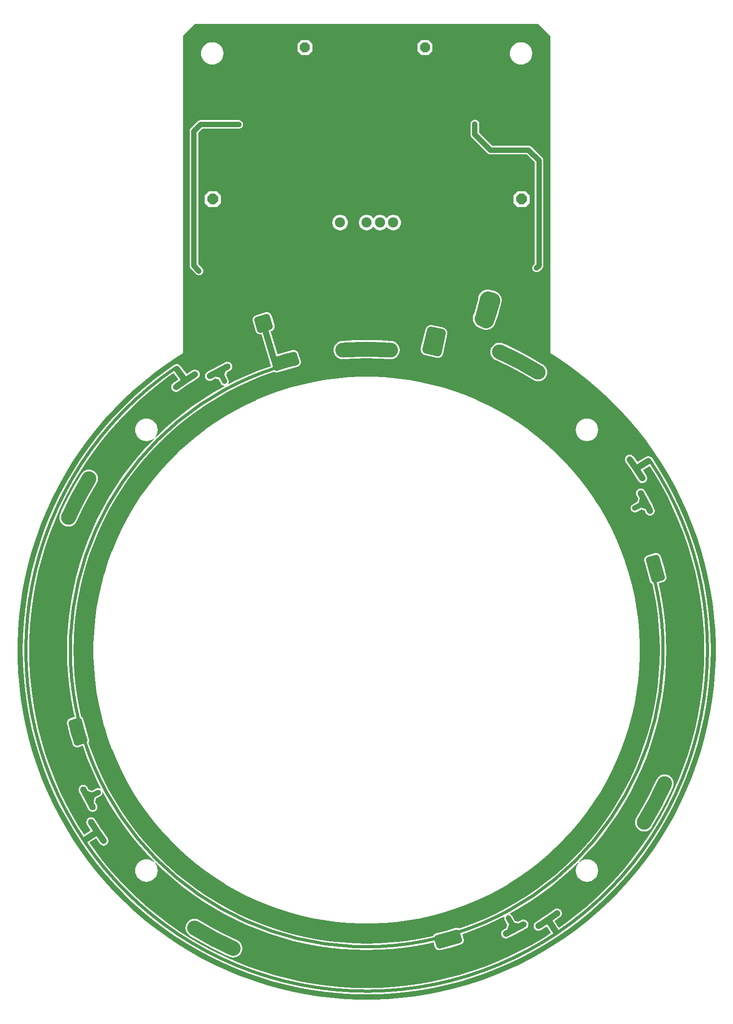
<source format=gbl>
G04*
G04 #@! TF.GenerationSoftware,Altium Limited,Altium Designer,19.1.5 (86)*
G04*
G04 Layer_Physical_Order=2*
G04 Layer_Color=255*
%FSLAX44Y44*%
%MOMM*%
G71*
G01*
G75*
%ADD12C,1.0000*%
%ADD73C,0.6000*%
%ADD75C,1.2000*%
%ADD84C,1.0000*%
%ADD115C,3.0000*%
%ADD117C,1.5000*%
%ADD131C,1.9000*%
%ADD132C,1.8000*%
%ADD133P,1.9483X8X292.5*%
%ADD134P,2.1648X8X112.5*%
%ADD135C,2.0000*%
%ADD136C,2.8000*%
G36*
X1545000Y1972500D02*
X1545000Y1377500D01*
X1544899Y1377336D01*
X1555829Y1370571D01*
X1577143Y1356193D01*
X1597876Y1340992D01*
X1617998Y1324989D01*
X1637478Y1308210D01*
X1656284Y1290680D01*
X1674389Y1272426D01*
X1691765Y1253477D01*
X1708385Y1233862D01*
X1724223Y1213610D01*
X1739255Y1192753D01*
X1753458Y1171322D01*
X1766810Y1149352D01*
X1779291Y1126875D01*
X1790881Y1103926D01*
X1801562Y1080540D01*
X1811319Y1056754D01*
X1820136Y1032604D01*
X1828000Y1008126D01*
X1834898Y983360D01*
X1840820Y958341D01*
X1845757Y933110D01*
X1849702Y907705D01*
X1852647Y882165D01*
X1854589Y856529D01*
X1855525Y830836D01*
X1855453Y805127D01*
X1854373Y779440D01*
X1852288Y753815D01*
X1849199Y728291D01*
X1845113Y702909D01*
X1840035Y677706D01*
X1833973Y652721D01*
X1826936Y627993D01*
X1818935Y603560D01*
X1809983Y579459D01*
X1800093Y555728D01*
X1789281Y532403D01*
X1777562Y509519D01*
X1764956Y487112D01*
X1751481Y465217D01*
X1737158Y443867D01*
X1722010Y423094D01*
X1706059Y402931D01*
X1689329Y383409D01*
X1671848Y364557D01*
X1653641Y346406D01*
X1634736Y328981D01*
X1615163Y312311D01*
X1594952Y296422D01*
X1574134Y281336D01*
X1552740Y267078D01*
X1530804Y253670D01*
X1508359Y241132D01*
X1485439Y229483D01*
X1462081Y218741D01*
X1438320Y208924D01*
X1414193Y200045D01*
X1389735Y192118D01*
X1364986Y185157D01*
X1339983Y179170D01*
X1314765Y174169D01*
X1289370Y170159D01*
X1263837Y167149D01*
X1238206Y165141D01*
X1212516Y164139D01*
X1186806Y164145D01*
X1161117Y165159D01*
X1135487Y167179D01*
X1109956Y170202D01*
X1084562Y174223D01*
X1059346Y179237D01*
X1034346Y185235D01*
X1009601Y192209D01*
X985147Y200147D01*
X961024Y209037D01*
X937267Y218866D01*
X913914Y229619D01*
X891001Y241278D01*
X868561Y253827D01*
X846632Y267246D01*
X825245Y281514D01*
X804433Y296609D01*
X784229Y312509D01*
X764665Y329188D01*
X745768Y346621D01*
X727570Y364781D01*
X710097Y383641D01*
X693377Y403171D01*
X677436Y423342D01*
X662297Y444122D01*
X647984Y465479D01*
X634520Y487381D01*
X621924Y509794D01*
X610217Y532683D01*
X599415Y556013D01*
X589537Y579749D01*
X580596Y603854D01*
X572607Y628291D01*
X565582Y653022D01*
X559532Y678010D01*
X554465Y703215D01*
X550391Y728600D01*
X547315Y754125D01*
X545241Y779751D01*
X544174Y805438D01*
X544114Y831147D01*
X545062Y856840D01*
X547016Y882475D01*
X549974Y908014D01*
X553930Y933417D01*
X558879Y958646D01*
X564813Y983661D01*
X571723Y1008425D01*
X579599Y1032898D01*
X588427Y1057045D01*
X598195Y1080826D01*
X608888Y1104207D01*
X620489Y1127150D01*
X632980Y1149621D01*
X646343Y1171585D01*
X660556Y1193009D01*
X675598Y1213859D01*
X691446Y1234103D01*
X708075Y1253711D01*
X725459Y1272652D01*
X743573Y1290896D01*
X762388Y1308417D01*
X781875Y1325187D01*
X802005Y1341181D01*
X822746Y1356372D01*
X844066Y1370740D01*
X855000Y1377500D01*
X855000Y1972500D01*
X877500Y1995000D01*
X1522500D01*
X1545000Y1972500D01*
D02*
G37*
%LPC*%
G36*
X1091000Y1965250D02*
X1077000D01*
X1070000Y1958250D01*
Y1944250D01*
X1077000Y1937250D01*
X1091000D01*
X1098000Y1944250D01*
Y1958250D01*
X1091000Y1965250D01*
D02*
G37*
G36*
X1316500Y1965250D02*
X1302500D01*
X1295500Y1958250D01*
Y1944250D01*
X1302500Y1937250D01*
X1316500D01*
X1323500Y1944250D01*
Y1958250D01*
X1316500Y1965250D01*
D02*
G37*
G36*
X1490000Y1961102D02*
X1485883Y1960696D01*
X1481925Y1959495D01*
X1478277Y1957545D01*
X1475079Y1954921D01*
X1472455Y1951723D01*
X1470505Y1948075D01*
X1469304Y1944117D01*
X1468898Y1940000D01*
X1469304Y1935883D01*
X1470505Y1931925D01*
X1472455Y1928277D01*
X1475079Y1925079D01*
X1478277Y1922455D01*
X1481925Y1920505D01*
X1485883Y1919304D01*
X1490000Y1918898D01*
X1494117Y1919304D01*
X1498075Y1920505D01*
X1501723Y1922455D01*
X1504921Y1925079D01*
X1507545Y1928277D01*
X1509495Y1931925D01*
X1510696Y1935883D01*
X1511102Y1940000D01*
X1510696Y1944117D01*
X1509495Y1948075D01*
X1507545Y1951723D01*
X1504921Y1954921D01*
X1501723Y1957545D01*
X1498075Y1959495D01*
X1494117Y1960696D01*
X1490000Y1961102D01*
D02*
G37*
G36*
X910000D02*
X905883Y1960696D01*
X901925Y1959495D01*
X898277Y1957545D01*
X895079Y1954921D01*
X892455Y1951723D01*
X890505Y1948075D01*
X889304Y1944117D01*
X888898Y1940000D01*
X889304Y1935883D01*
X890505Y1931925D01*
X892455Y1928277D01*
X895079Y1925079D01*
X898277Y1922455D01*
X901925Y1920505D01*
X905883Y1919304D01*
X910000Y1918898D01*
X914117Y1919304D01*
X918075Y1920505D01*
X921723Y1922455D01*
X924921Y1925079D01*
X927545Y1928277D01*
X929495Y1931925D01*
X930696Y1935883D01*
X931102Y1940000D01*
X930696Y1944117D01*
X929495Y1948075D01*
X927545Y1951723D01*
X924921Y1954921D01*
X921723Y1957545D01*
X918075Y1959495D01*
X914117Y1960696D01*
X910000Y1961102D01*
D02*
G37*
G36*
X1498250Y1681500D02*
X1483250D01*
X1475750Y1674000D01*
Y1659000D01*
X1483250Y1651500D01*
X1498250D01*
X1505750Y1659000D01*
Y1674000D01*
X1498250Y1681500D01*
D02*
G37*
G36*
X918500D02*
X903500D01*
X896000Y1674000D01*
Y1659000D01*
X903500Y1651500D01*
X918500D01*
X926000Y1659000D01*
Y1674000D01*
X918500Y1681500D01*
D02*
G37*
G36*
X1250000Y1637125D02*
X1246215Y1636627D01*
X1242687Y1635166D01*
X1239659Y1632841D01*
X1238135Y1630856D01*
X1236865D01*
X1235341Y1632841D01*
X1232312Y1635166D01*
X1228785Y1636627D01*
X1225000Y1637125D01*
X1221215Y1636627D01*
X1217687Y1635166D01*
X1214659Y1632841D01*
X1213135Y1630856D01*
X1211865D01*
X1210341Y1632841D01*
X1207312Y1635166D01*
X1203785Y1636627D01*
X1200000Y1637125D01*
X1196215Y1636627D01*
X1192687Y1635166D01*
X1189659Y1632841D01*
X1187334Y1629813D01*
X1185873Y1626285D01*
X1185375Y1622500D01*
X1185873Y1618715D01*
X1187334Y1615188D01*
X1189659Y1612159D01*
X1192687Y1609834D01*
X1196215Y1608373D01*
X1200000Y1607875D01*
X1203785Y1608373D01*
X1207312Y1609834D01*
X1210341Y1612159D01*
X1211865Y1614144D01*
X1213135D01*
X1214659Y1612159D01*
X1217687Y1609834D01*
X1221215Y1608373D01*
X1225000Y1607875D01*
X1228785Y1608373D01*
X1232312Y1609834D01*
X1235341Y1612159D01*
X1236865Y1614144D01*
X1238135D01*
X1239659Y1612159D01*
X1242687Y1609834D01*
X1246215Y1608373D01*
X1250000Y1607875D01*
X1253785Y1608373D01*
X1257312Y1609834D01*
X1260341Y1612159D01*
X1262666Y1615188D01*
X1264127Y1618715D01*
X1264625Y1622500D01*
X1264127Y1626285D01*
X1262666Y1629813D01*
X1260341Y1632841D01*
X1257312Y1635166D01*
X1253785Y1636627D01*
X1250000Y1637125D01*
D02*
G37*
G36*
X1150000D02*
X1146215Y1636627D01*
X1142687Y1635166D01*
X1139659Y1632841D01*
X1137334Y1629813D01*
X1135873Y1626285D01*
X1135375Y1622500D01*
X1135873Y1618715D01*
X1137334Y1615188D01*
X1139659Y1612159D01*
X1142687Y1609834D01*
X1146215Y1608373D01*
X1150000Y1607875D01*
X1153785Y1608373D01*
X1157312Y1609834D01*
X1160341Y1612159D01*
X1162666Y1615188D01*
X1164127Y1618715D01*
X1164625Y1622500D01*
X1164127Y1626285D01*
X1162666Y1629813D01*
X1160341Y1632841D01*
X1157312Y1635166D01*
X1153785Y1636627D01*
X1150000Y1637125D01*
D02*
G37*
G36*
X1403250Y1815569D02*
X1401162Y1815294D01*
X1399216Y1814488D01*
X1397544Y1813206D01*
X1396262Y1811534D01*
X1395456Y1809588D01*
X1395181Y1807500D01*
Y1787750D01*
X1395456Y1785662D01*
X1396262Y1783716D01*
X1397544Y1782044D01*
X1426544Y1753044D01*
X1428215Y1751762D01*
X1430162Y1750956D01*
X1432250Y1750681D01*
X1500658D01*
X1515681Y1735658D01*
Y1545342D01*
X1513544Y1543206D01*
X1512262Y1541534D01*
X1511456Y1539588D01*
X1511181Y1537500D01*
X1511456Y1535412D01*
X1512262Y1533466D01*
X1513544Y1531794D01*
X1515215Y1530512D01*
X1517162Y1529706D01*
X1519250Y1529431D01*
X1521338Y1529706D01*
X1523284Y1530512D01*
X1524956Y1531794D01*
X1529456Y1536294D01*
X1530738Y1537966D01*
X1531544Y1539912D01*
X1531819Y1542000D01*
Y1739000D01*
X1531544Y1741088D01*
X1530738Y1743035D01*
X1529456Y1744706D01*
X1509706Y1764456D01*
X1508035Y1765738D01*
X1506088Y1766544D01*
X1504000Y1766819D01*
X1435592D01*
X1411319Y1791092D01*
Y1807500D01*
X1411044Y1809588D01*
X1410238Y1811534D01*
X1408956Y1813206D01*
X1407285Y1814488D01*
X1405338Y1815294D01*
X1403250Y1815569D01*
D02*
G37*
G36*
X959750Y1814819D02*
X888000D01*
X885912Y1814544D01*
X883966Y1813738D01*
X882294Y1812456D01*
X869794Y1799956D01*
X868512Y1798284D01*
X867706Y1796338D01*
X867431Y1794250D01*
Y1541265D01*
X867706Y1539176D01*
X868512Y1537230D01*
X869794Y1535559D01*
X879264Y1526090D01*
X880935Y1524808D01*
X882881Y1524001D01*
X884969Y1523727D01*
X887058Y1524001D01*
X889004Y1524808D01*
X890675Y1526090D01*
X891957Y1527761D01*
X892763Y1529707D01*
X893038Y1531796D01*
X892763Y1533884D01*
X891957Y1535830D01*
X890675Y1537501D01*
X883569Y1544607D01*
Y1790908D01*
X891342Y1798681D01*
X959750D01*
X961838Y1798956D01*
X963784Y1799762D01*
X965456Y1801044D01*
X966738Y1802715D01*
X967544Y1804662D01*
X967819Y1806750D01*
X967544Y1808838D01*
X966738Y1810784D01*
X965456Y1812456D01*
X963784Y1813738D01*
X961838Y1814544D01*
X959750Y1814819D01*
D02*
G37*
G36*
X1012655Y1454577D02*
X1012488Y1454553D01*
X1012320Y1454567D01*
X1011317Y1454387D01*
X1010309Y1454243D01*
X1010154Y1454177D01*
X1009988Y1454147D01*
X991988Y1448397D01*
X990971Y1447919D01*
X989949Y1447454D01*
X989900Y1447414D01*
X989844Y1447388D01*
X988986Y1446662D01*
X988118Y1445949D01*
X988082Y1445898D01*
X988034Y1445858D01*
X987393Y1444934D01*
X986740Y1444021D01*
X986718Y1443963D01*
X986682Y1443911D01*
X986302Y1442854D01*
X985907Y1441802D01*
X985901Y1441740D01*
X985880Y1441681D01*
X985787Y1440562D01*
X985678Y1439444D01*
X985688Y1439382D01*
X985683Y1439320D01*
X985882Y1438214D01*
X986066Y1437106D01*
X991533Y1419150D01*
X991564Y1419081D01*
X991578Y1419007D01*
X992054Y1418004D01*
X992513Y1416992D01*
X992561Y1416934D01*
X992593Y1416866D01*
X993313Y1416019D01*
X994018Y1415162D01*
X994080Y1415118D01*
X994128Y1415060D01*
X995043Y1414429D01*
X995946Y1413784D01*
X996017Y1413757D01*
X996079Y1413714D01*
X997125Y1413341D01*
X998165Y1412951D01*
X998240Y1412944D01*
X998311Y1412918D01*
X999418Y1412829D01*
X1000523Y1412721D01*
X1000598Y1412733D01*
X1000673Y1412727D01*
X1001766Y1412928D01*
X1002372Y1413028D01*
X1017751Y1361895D01*
X1017851Y1361674D01*
X1017874Y1361504D01*
X1017925Y1361381D01*
X1017946Y1361250D01*
X1017949Y1361243D01*
X1017951Y1361229D01*
X1020370Y1353218D01*
X1017285Y1352230D01*
X995447Y1344225D01*
X973958Y1335324D01*
X952855Y1325542D01*
X941172Y1319528D01*
X940954Y1319638D01*
X939988Y1320466D01*
X940325Y1321279D01*
X940697Y1322077D01*
X940727Y1322250D01*
X940794Y1322412D01*
X940909Y1323284D01*
X941061Y1324152D01*
X941046Y1324326D01*
X941069Y1324500D01*
X940954Y1325373D01*
X940877Y1326250D01*
X940817Y1326415D01*
X940794Y1326588D01*
X940457Y1327402D01*
X940156Y1328229D01*
X935992Y1336219D01*
X937938Y1341790D01*
X942298Y1344034D01*
X942298Y1344034D01*
X942853Y1344275D01*
X943360Y1344665D01*
X944733Y1345718D01*
X946175Y1347598D01*
X947082Y1349787D01*
X947392Y1352137D01*
X947082Y1354486D01*
X946175Y1356676D01*
X944733Y1358555D01*
X942853Y1359998D01*
X940663Y1360905D01*
X938314Y1361214D01*
X935965Y1360905D01*
X934334Y1360230D01*
Y1360230D01*
X934330Y1360217D01*
X926645Y1356489D01*
X905793Y1345344D01*
X902093Y1343175D01*
X900987Y1342574D01*
X900954Y1342560D01*
X900017Y1341841D01*
X899074Y1341118D01*
X897632Y1339238D01*
X896725Y1337048D01*
X896416Y1334699D01*
X896725Y1332349D01*
X897632Y1330160D01*
X899074Y1328280D01*
X900954Y1326837D01*
X903144Y1325930D01*
X905493Y1325621D01*
X907843Y1325930D01*
X909999Y1326824D01*
X910025Y1326779D01*
X915312Y1329783D01*
X921766Y1328597D01*
X925844Y1320771D01*
X925945Y1320627D01*
X926012Y1320466D01*
X926548Y1319767D01*
X927053Y1319046D01*
X927188Y1318933D01*
X927294Y1318794D01*
X927993Y1318258D01*
X928668Y1317693D01*
X928826Y1317619D01*
X928966Y1317512D01*
X929779Y1317175D01*
X930577Y1316803D01*
X930750Y1316773D01*
X930912Y1316706D01*
X931784Y1316591D01*
X932460Y1316472D01*
X932681Y1315970D01*
X932731Y1315183D01*
X932175Y1314897D01*
X911952Y1303407D01*
X892222Y1291090D01*
X873017Y1277969D01*
X854370Y1264065D01*
X836315Y1249402D01*
X818880Y1234006D01*
X803187Y1218948D01*
X802253Y1219812D01*
X803885Y1221802D01*
X805835Y1225450D01*
X807036Y1229408D01*
X807442Y1233525D01*
X807036Y1237642D01*
X805835Y1241600D01*
X803885Y1245248D01*
X801261Y1248446D01*
X798063Y1251070D01*
X794415Y1253020D01*
X790457Y1254221D01*
X786340Y1254627D01*
X782223Y1254221D01*
X778265Y1253020D01*
X774617Y1251070D01*
X771419Y1248446D01*
X768795Y1245248D01*
X766845Y1241600D01*
X765644Y1237642D01*
X765238Y1233525D01*
X765644Y1229408D01*
X766845Y1225450D01*
X768795Y1221802D01*
X771419Y1218604D01*
X774617Y1215980D01*
X778265Y1214030D01*
X782223Y1212829D01*
X786340Y1212423D01*
X790457Y1212829D01*
X794415Y1214030D01*
X798063Y1215980D01*
X800078Y1217633D01*
X800942Y1216699D01*
X785994Y1201120D01*
X770598Y1183685D01*
X755935Y1165630D01*
X742031Y1146983D01*
X728910Y1127778D01*
X716593Y1108048D01*
X705103Y1087825D01*
X694458Y1067145D01*
X684676Y1046042D01*
X675775Y1024553D01*
X667770Y1002715D01*
X660674Y980564D01*
X654499Y958139D01*
X649257Y935479D01*
X644955Y912621D01*
X641602Y889604D01*
X639202Y866469D01*
X637761Y843254D01*
X637280Y820000D01*
X637761Y796746D01*
X639202Y773531D01*
X641602Y750396D01*
X644955Y727379D01*
X649257Y704521D01*
X651556Y694584D01*
X643272Y692082D01*
X642362Y691671D01*
X641436Y691298D01*
X641285Y691185D01*
X641113Y691107D01*
X640340Y690474D01*
X639542Y689874D01*
X639426Y689725D01*
X639279Y689606D01*
X638696Y688795D01*
X638081Y688009D01*
X638007Y687835D01*
X637896Y687681D01*
X637543Y686747D01*
X637152Y685829D01*
X637126Y685641D01*
X637059Y685464D01*
X636960Y684471D01*
X636819Y683483D01*
X636842Y683295D01*
X636824Y683106D01*
X636985Y682121D01*
X637105Y681130D01*
X641709Y663238D01*
X641775Y663072D01*
X641804Y662896D01*
X647450Y644038D01*
X647455Y644028D01*
X647457Y644018D01*
X647942Y642943D01*
X648421Y641876D01*
X648428Y641868D01*
X648432Y641858D01*
X649180Y640944D01*
X649918Y640039D01*
X649926Y640033D01*
X649933Y640024D01*
X650888Y639338D01*
X651839Y638652D01*
X651849Y638648D01*
X651858Y638642D01*
X652958Y638226D01*
X654054Y637809D01*
X654064Y637808D01*
X654074Y637804D01*
X655248Y637687D01*
X656411Y637568D01*
X656422Y637570D01*
X656432Y637569D01*
X657597Y637760D01*
X658751Y637946D01*
X658760Y637950D01*
X658771Y637952D01*
X666781Y640371D01*
X667770Y637285D01*
X675775Y615447D01*
X684676Y593958D01*
X694458Y572855D01*
X700472Y561172D01*
X700362Y560954D01*
X699535Y559988D01*
X698721Y560325D01*
X697923Y560697D01*
X697750Y560727D01*
X697588Y560794D01*
X696716Y560909D01*
X695848Y561062D01*
X695674Y561046D01*
X695500Y561069D01*
X694627Y560954D01*
X693750Y560877D01*
X693585Y560817D01*
X693412Y560794D01*
X692598Y560457D01*
X691771Y560156D01*
X683781Y555992D01*
X678210Y557938D01*
X675965Y562298D01*
X675965Y562298D01*
X675725Y562853D01*
X675335Y563360D01*
X674282Y564733D01*
X672402Y566175D01*
X670213Y567082D01*
X667863Y567392D01*
X665514Y567082D01*
X663325Y566175D01*
X661444Y564733D01*
X660002Y562853D01*
X659095Y560663D01*
X658786Y558314D01*
X659095Y555965D01*
X659770Y554334D01*
X659770D01*
X659783Y554330D01*
X663511Y546645D01*
X674656Y525793D01*
X676825Y522093D01*
X677426Y520987D01*
X677440Y520954D01*
X678159Y520017D01*
X678882Y519074D01*
X680762Y517632D01*
X682952Y516725D01*
X685301Y516416D01*
X687651Y516725D01*
X689840Y517632D01*
X691720Y519074D01*
X693163Y520954D01*
X694070Y523144D01*
X694379Y525493D01*
X694070Y527843D01*
X693176Y529999D01*
X693221Y530025D01*
X690217Y535312D01*
X691403Y541766D01*
X699229Y545844D01*
X699373Y545945D01*
X699535Y546012D01*
X700233Y546548D01*
X700954Y547053D01*
X701067Y547188D01*
X701206Y547294D01*
X701742Y547993D01*
X702307Y548667D01*
X702381Y548826D01*
X702488Y548965D01*
X702825Y549779D01*
X703197Y550577D01*
X703227Y550750D01*
X703294Y550912D01*
X703409Y551784D01*
X703528Y552460D01*
X704029Y552681D01*
X704817Y552731D01*
X705103Y552175D01*
X716593Y531952D01*
X728910Y512221D01*
X742031Y493017D01*
X755935Y474370D01*
X770598Y456315D01*
X785994Y438880D01*
X800943Y423301D01*
X800078Y422367D01*
X798063Y424020D01*
X794415Y425970D01*
X790457Y427171D01*
X786340Y427577D01*
X782223Y427171D01*
X778265Y425970D01*
X774617Y424020D01*
X771419Y421396D01*
X768795Y418198D01*
X766845Y414550D01*
X765644Y410592D01*
X765238Y406475D01*
X765644Y402358D01*
X766845Y398400D01*
X768795Y394752D01*
X771419Y391554D01*
X774617Y388930D01*
X778265Y386980D01*
X782223Y385779D01*
X786340Y385373D01*
X790457Y385779D01*
X794415Y386980D01*
X798063Y388930D01*
X801261Y391554D01*
X803885Y394752D01*
X805835Y398400D01*
X807036Y402358D01*
X807442Y406475D01*
X807036Y410592D01*
X805835Y414550D01*
X803885Y418198D01*
X802253Y420188D01*
X803187Y421052D01*
X818880Y405994D01*
X836315Y390598D01*
X854370Y375935D01*
X873017Y362031D01*
X892222Y348910D01*
X911952Y336594D01*
X932175Y325103D01*
X952855Y314458D01*
X973958Y304676D01*
X995447Y295775D01*
X1017285Y287770D01*
X1039436Y280674D01*
X1061861Y274499D01*
X1084521Y269257D01*
X1107379Y264955D01*
X1130396Y261602D01*
X1153531Y259202D01*
X1176746Y257761D01*
X1200000Y257280D01*
X1223254Y257761D01*
X1246469Y259202D01*
X1269604Y261602D01*
X1292621Y264955D01*
X1315479Y269257D01*
X1325417Y271556D01*
X1327919Y263273D01*
X1328330Y262363D01*
X1328703Y261437D01*
X1328816Y261285D01*
X1328894Y261113D01*
X1329527Y260340D01*
X1330126Y259542D01*
X1330275Y259426D01*
X1330395Y259279D01*
X1331206Y258697D01*
X1331992Y258081D01*
X1332166Y258007D01*
X1332320Y257896D01*
X1333254Y257544D01*
X1334172Y257153D01*
X1334359Y257126D01*
X1334537Y257059D01*
X1335530Y256960D01*
X1336518Y256820D01*
X1336706Y256843D01*
X1336895Y256824D01*
X1337879Y256985D01*
X1338871Y257106D01*
X1356763Y261709D01*
X1356929Y261776D01*
X1357105Y261804D01*
X1375963Y267451D01*
X1375973Y267455D01*
X1375983Y267457D01*
X1377047Y267937D01*
X1378125Y268421D01*
X1378133Y268428D01*
X1378143Y268432D01*
X1379045Y269170D01*
X1379962Y269918D01*
X1379968Y269927D01*
X1379977Y269933D01*
X1380657Y270881D01*
X1381349Y271839D01*
X1381353Y271849D01*
X1381359Y271858D01*
X1381771Y272948D01*
X1382192Y274054D01*
X1382193Y274065D01*
X1382197Y274075D01*
X1382313Y275242D01*
X1382433Y276411D01*
X1382431Y276422D01*
X1382432Y276433D01*
X1382241Y277597D01*
X1382055Y278751D01*
X1382051Y278761D01*
X1382049Y278771D01*
X1379630Y286782D01*
X1382715Y287770D01*
X1404553Y295775D01*
X1426042Y304676D01*
X1447144Y314458D01*
X1457632Y319856D01*
X1458133Y319648D01*
X1458691Y318973D01*
X1458588Y318191D01*
X1458436Y317299D01*
X1458451Y317149D01*
X1458431Y317000D01*
X1458549Y316103D01*
X1458634Y315201D01*
X1458686Y315061D01*
X1458706Y314912D01*
X1459052Y314075D01*
X1459368Y313227D01*
X1464150Y304186D01*
X1462062Y298210D01*
X1457702Y295965D01*
X1457702Y295965D01*
X1457147Y295725D01*
X1456640Y295335D01*
X1455267Y294282D01*
X1453825Y292402D01*
X1452918Y290213D01*
X1452608Y287863D01*
X1452918Y285514D01*
X1453825Y283325D01*
X1455267Y281444D01*
X1457147Y280002D01*
X1459337Y279095D01*
X1461686Y278786D01*
X1464035Y279095D01*
X1465666Y279770D01*
Y279770D01*
X1465670Y279783D01*
X1473355Y283511D01*
X1494207Y294656D01*
X1497907Y296825D01*
X1499013Y297426D01*
X1499046Y297440D01*
X1499983Y298159D01*
X1500926Y298882D01*
X1502368Y300762D01*
X1503275Y302952D01*
X1503584Y305301D01*
X1503275Y307651D01*
X1502368Y309840D01*
X1500926Y311720D01*
X1499046Y313163D01*
X1496856Y314069D01*
X1494507Y314379D01*
X1492157Y314069D01*
X1490001Y313176D01*
X1489975Y313221D01*
X1484688Y310217D01*
X1478628Y311331D01*
X1473632Y320773D01*
X1473546Y320896D01*
X1473488Y321035D01*
X1472937Y321753D01*
X1472413Y322491D01*
X1472297Y322587D01*
X1472206Y322706D01*
X1471488Y323257D01*
X1470790Y323834D01*
X1470654Y323897D01*
X1470535Y323988D01*
X1469698Y324334D01*
X1469336Y324501D01*
X1469189Y325815D01*
X1469225Y325898D01*
X1488048Y336594D01*
X1507778Y348910D01*
X1526983Y362031D01*
X1545629Y375935D01*
X1563685Y390598D01*
X1581120Y405994D01*
X1596813Y421052D01*
X1597747Y420188D01*
X1596115Y418198D01*
X1594165Y414550D01*
X1592964Y410592D01*
X1592558Y406475D01*
X1592964Y402358D01*
X1594165Y398400D01*
X1596115Y394752D01*
X1598739Y391554D01*
X1601936Y388930D01*
X1605585Y386980D01*
X1609543Y385779D01*
X1613660Y385373D01*
X1617777Y385779D01*
X1621735Y386980D01*
X1625383Y388930D01*
X1628581Y391554D01*
X1631205Y394752D01*
X1633155Y398400D01*
X1634356Y402358D01*
X1634762Y406475D01*
X1634356Y410592D01*
X1633155Y414550D01*
X1631205Y418198D01*
X1628581Y421396D01*
X1625383Y424020D01*
X1621735Y425970D01*
X1617777Y427171D01*
X1613660Y427577D01*
X1609543Y427171D01*
X1605585Y425970D01*
X1601936Y424020D01*
X1599922Y422367D01*
X1599057Y423301D01*
X1614006Y438880D01*
X1629402Y456315D01*
X1644065Y474370D01*
X1657969Y493017D01*
X1671090Y512221D01*
X1683407Y531952D01*
X1694897Y552175D01*
X1705542Y572855D01*
X1715324Y593958D01*
X1724225Y615447D01*
X1732230Y637285D01*
X1739326Y659436D01*
X1745501Y681861D01*
X1750743Y704521D01*
X1755045Y727379D01*
X1758398Y750396D01*
X1760798Y773531D01*
X1762239Y796746D01*
X1762720Y820000D01*
X1762239Y843254D01*
X1760798Y866469D01*
X1758398Y889604D01*
X1755045Y912621D01*
X1750743Y935479D01*
X1748444Y945417D01*
X1756727Y947919D01*
X1757637Y948330D01*
X1758563Y948703D01*
X1758714Y948816D01*
X1758887Y948894D01*
X1759659Y949526D01*
X1760458Y950126D01*
X1760574Y950275D01*
X1760721Y950395D01*
X1761303Y951206D01*
X1761919Y951992D01*
X1761993Y952166D01*
X1762103Y952320D01*
X1762456Y953254D01*
X1762847Y954172D01*
X1762874Y954360D01*
X1762941Y954537D01*
X1763040Y955530D01*
X1763180Y956518D01*
X1763157Y956706D01*
X1763176Y956895D01*
X1763015Y957879D01*
X1762894Y958871D01*
X1758291Y976763D01*
X1758224Y976928D01*
X1758196Y977105D01*
X1752549Y995963D01*
X1752545Y995973D01*
X1752543Y995983D01*
X1752062Y997049D01*
X1751579Y998125D01*
X1751572Y998133D01*
X1751568Y998143D01*
X1750830Y999045D01*
X1750082Y999962D01*
X1750073Y999968D01*
X1750067Y999977D01*
X1749119Y1000657D01*
X1748161Y1001349D01*
X1748151Y1001353D01*
X1748142Y1001359D01*
X1747050Y1001772D01*
X1745946Y1002192D01*
X1745935Y1002193D01*
X1745925Y1002197D01*
X1744758Y1002313D01*
X1743589Y1002433D01*
X1743578Y1002431D01*
X1743567Y1002432D01*
X1742402Y1002241D01*
X1741249Y1002055D01*
X1741239Y1002051D01*
X1741229Y1002049D01*
X1727625Y997941D01*
X1725466Y996965D01*
X1723632Y995464D01*
X1722249Y993540D01*
X1721412Y991323D01*
X1721177Y988965D01*
X1721560Y986627D01*
X1721635Y986459D01*
X1721665Y986275D01*
X1727149Y967959D01*
X1731708Y950239D01*
X1732593Y948041D01*
X1734017Y946146D01*
X1735883Y944685D01*
X1736197Y944551D01*
X1738872Y932990D01*
X1743081Y910624D01*
X1746362Y888104D01*
X1748710Y865467D01*
X1750120Y842753D01*
X1750590Y820000D01*
X1750120Y797247D01*
X1748710Y774533D01*
X1746362Y751896D01*
X1743081Y729376D01*
X1738872Y707010D01*
X1733742Y684838D01*
X1727701Y662897D01*
X1720758Y641224D01*
X1712925Y619856D01*
X1704216Y598830D01*
X1694645Y578183D01*
X1684229Y557948D01*
X1672987Y538161D01*
X1660936Y518856D01*
X1648097Y500065D01*
X1634493Y481821D01*
X1620146Y464154D01*
X1605082Y447095D01*
X1589326Y430674D01*
X1572905Y414918D01*
X1555846Y399854D01*
X1538179Y385507D01*
X1519935Y371903D01*
X1501144Y359064D01*
X1481839Y347013D01*
X1462052Y335770D01*
X1441817Y325355D01*
X1421169Y315784D01*
X1400144Y307075D01*
X1378776Y299242D01*
X1373719Y297622D01*
X1373540Y297751D01*
X1371323Y298588D01*
X1368965Y298823D01*
X1366626Y298440D01*
X1366459Y298365D01*
X1366275Y298335D01*
X1347959Y292850D01*
X1330239Y288292D01*
X1328041Y287407D01*
X1326146Y285983D01*
X1324685Y284117D01*
X1324551Y283803D01*
X1312990Y281128D01*
X1290624Y276919D01*
X1268104Y273638D01*
X1245467Y271290D01*
X1222753Y269880D01*
X1200000Y269410D01*
X1177247Y269880D01*
X1154533Y271290D01*
X1131896Y273638D01*
X1109376Y276919D01*
X1087010Y281128D01*
X1064838Y286258D01*
X1042897Y292299D01*
X1021224Y299242D01*
X999856Y307075D01*
X978830Y315784D01*
X958183Y325355D01*
X937948Y335770D01*
X918161Y347013D01*
X898856Y359064D01*
X880065Y371903D01*
X861821Y385507D01*
X844154Y399854D01*
X827095Y414918D01*
X810674Y430674D01*
X794918Y447095D01*
X779854Y464154D01*
X765507Y481821D01*
X751903Y500065D01*
X739064Y518856D01*
X727013Y538161D01*
X715770Y557948D01*
X705355Y578183D01*
X695784Y598830D01*
X687075Y619856D01*
X679242Y641224D01*
X677622Y646282D01*
X677750Y646461D01*
X678588Y648678D01*
X678823Y651036D01*
X678440Y653374D01*
X678364Y653541D01*
X678335Y653726D01*
X672850Y672042D01*
X668291Y689762D01*
X667406Y691960D01*
X665983Y693855D01*
X664117Y695316D01*
X663803Y695450D01*
X661128Y707010D01*
X656919Y729376D01*
X653638Y751896D01*
X651290Y774533D01*
X649880Y797247D01*
X649410Y820000D01*
X649880Y842753D01*
X651290Y865467D01*
X653638Y888104D01*
X656919Y910624D01*
X661128Y932990D01*
X666258Y955162D01*
X672299Y977103D01*
X679242Y998776D01*
X687075Y1020144D01*
X695784Y1041170D01*
X705355Y1061817D01*
X715770Y1082052D01*
X727013Y1101839D01*
X739064Y1121144D01*
X751903Y1139935D01*
X765507Y1158179D01*
X779854Y1175846D01*
X794918Y1192905D01*
X810674Y1209326D01*
X827095Y1225082D01*
X844154Y1240146D01*
X861821Y1254493D01*
X880065Y1268097D01*
X898856Y1280936D01*
X918161Y1292987D01*
X937948Y1304229D01*
X958183Y1314645D01*
X978830Y1324216D01*
X999856Y1332925D01*
X1021224Y1340758D01*
X1026281Y1342378D01*
X1026460Y1342249D01*
X1028677Y1341412D01*
X1031035Y1341177D01*
X1033373Y1341560D01*
X1033541Y1341635D01*
X1033725Y1341665D01*
X1052041Y1347150D01*
X1069761Y1351708D01*
X1071959Y1352593D01*
X1073854Y1354017D01*
X1075315Y1355883D01*
X1076244Y1358063D01*
X1076308Y1358515D01*
X1076309Y1358519D01*
X1076312Y1358545D01*
X1076576Y1360409D01*
X1076533Y1360764D01*
X1076545Y1360877D01*
X1076447Y1361471D01*
X1076291Y1362762D01*
X1076198Y1362990D01*
X1076161Y1363216D01*
X1072081Y1376727D01*
X1071670Y1377637D01*
X1071297Y1378563D01*
X1071184Y1378714D01*
X1071106Y1378887D01*
X1070473Y1379660D01*
X1069874Y1380458D01*
X1069725Y1380574D01*
X1069605Y1380721D01*
X1068794Y1381303D01*
X1068008Y1381919D01*
X1067834Y1381993D01*
X1067680Y1382103D01*
X1066746Y1382456D01*
X1065828Y1382847D01*
X1065640Y1382874D01*
X1065463Y1382941D01*
X1064470Y1383040D01*
X1063482Y1383180D01*
X1063294Y1383157D01*
X1063105Y1383176D01*
X1062120Y1383015D01*
X1061129Y1382894D01*
X1043237Y1378291D01*
X1043072Y1378224D01*
X1042895Y1378196D01*
X1033769Y1375463D01*
X1032702Y1375223D01*
X1019676Y1418532D01*
X1020574Y1418822D01*
X1021482Y1419253D01*
X1022408Y1419648D01*
X1022551Y1419760D01*
X1022714Y1419837D01*
X1023481Y1420489D01*
X1024272Y1421110D01*
X1024381Y1421255D01*
X1024520Y1421373D01*
X1025091Y1422200D01*
X1025695Y1423005D01*
X1025763Y1423173D01*
X1025866Y1423323D01*
X1026204Y1424270D01*
X1026579Y1425204D01*
X1026601Y1425384D01*
X1026662Y1425555D01*
X1026743Y1426557D01*
X1026864Y1427556D01*
X1026838Y1427736D01*
X1026853Y1427917D01*
X1026672Y1428907D01*
X1026530Y1429902D01*
X1021493Y1447941D01*
X1021427Y1448096D01*
X1021397Y1448262D01*
X1020963Y1449184D01*
X1020563Y1450121D01*
X1020459Y1450254D01*
X1020387Y1450406D01*
X1019730Y1451184D01*
X1019101Y1451986D01*
X1018966Y1452087D01*
X1018857Y1452216D01*
X1018021Y1452797D01*
X1017206Y1453409D01*
X1017050Y1453472D01*
X1016911Y1453568D01*
X1015953Y1453913D01*
X1015007Y1454292D01*
X1014840Y1454313D01*
X1014681Y1454370D01*
X1013666Y1454455D01*
X1012655Y1454577D01*
D02*
G37*
G36*
X1321049Y1430319D02*
X1320876Y1430295D01*
X1320701Y1430311D01*
X1319510Y1430105D01*
X1318311Y1429938D01*
X1318150Y1429870D01*
X1317977Y1429840D01*
X1316880Y1429333D01*
X1315765Y1428862D01*
X1315626Y1428754D01*
X1315467Y1428680D01*
X1314538Y1427906D01*
X1313584Y1427162D01*
X1313478Y1427023D01*
X1313343Y1426911D01*
X1312646Y1425922D01*
X1311917Y1424957D01*
X1311851Y1424795D01*
X1311750Y1424651D01*
X1311332Y1423516D01*
X1310877Y1422395D01*
X1301680Y1387046D01*
X1301673Y1386986D01*
X1301651Y1386931D01*
X1301503Y1385616D01*
X1301340Y1384302D01*
X1301348Y1384243D01*
X1301341Y1384183D01*
X1301538Y1382874D01*
X1301720Y1381564D01*
X1301744Y1381508D01*
X1301753Y1381449D01*
X1302282Y1380235D01*
X1302797Y1379017D01*
X1302834Y1378970D01*
X1302858Y1378915D01*
X1303683Y1377880D01*
X1304496Y1376836D01*
X1304544Y1376800D01*
X1304581Y1376753D01*
X1305646Y1375967D01*
X1306702Y1375169D01*
X1306757Y1375147D01*
X1306805Y1375111D01*
X1308037Y1374627D01*
X1309263Y1374130D01*
X1309323Y1374122D01*
X1309379Y1374100D01*
X1330662Y1368817D01*
X1330827Y1368799D01*
X1330983Y1368743D01*
X1332198Y1368644D01*
X1333409Y1368507D01*
X1333573Y1368532D01*
X1333739Y1368519D01*
X1334937Y1368737D01*
X1336143Y1368919D01*
X1336295Y1368985D01*
X1336458Y1369015D01*
X1337560Y1369537D01*
X1338677Y1370024D01*
X1338807Y1370127D01*
X1338957Y1370199D01*
X1339886Y1370988D01*
X1340839Y1371747D01*
X1340938Y1371881D01*
X1341064Y1371988D01*
X1341757Y1372991D01*
X1342481Y1373971D01*
X1342542Y1374126D01*
X1342636Y1374263D01*
X1343046Y1375410D01*
X1343492Y1376545D01*
X1343510Y1376710D01*
X1343566Y1376866D01*
X1347853Y1396770D01*
X1351353Y1413020D01*
X1351461Y1414348D01*
X1351582Y1415675D01*
X1351573Y1415725D01*
X1351577Y1415776D01*
X1351338Y1417087D01*
X1351111Y1418399D01*
X1351090Y1418445D01*
X1351081Y1418495D01*
X1350510Y1419700D01*
X1349952Y1420909D01*
X1349919Y1420948D01*
X1349898Y1420994D01*
X1349036Y1422009D01*
X1348182Y1423033D01*
X1348141Y1423062D01*
X1348108Y1423101D01*
X1347014Y1423858D01*
X1345923Y1424627D01*
X1345875Y1424644D01*
X1345833Y1424673D01*
X1344580Y1425121D01*
X1343328Y1425582D01*
X1323455Y1430060D01*
X1322251Y1430170D01*
X1321049Y1430319D01*
D02*
G37*
G36*
X1428780Y1496830D02*
X1425235Y1496762D01*
X1421772Y1496003D01*
X1418523Y1494583D01*
X1415613Y1492557D01*
X1413155Y1490001D01*
X1411243Y1487016D01*
X1409949Y1483714D01*
X1409325Y1480224D01*
X1409355Y1478678D01*
X1402195Y1451958D01*
X1400669Y1449046D01*
X1399667Y1445645D01*
X1399348Y1442113D01*
X1399724Y1438588D01*
X1400780Y1435203D01*
X1402477Y1432090D01*
X1404748Y1429367D01*
X1407507Y1427140D01*
X1410647Y1425493D01*
X1416532Y1423112D01*
X1416532Y1423112D01*
X1416532Y1423111D01*
X1417463Y1422734D01*
X1417936Y1422595D01*
X1418384Y1422391D01*
X1419633Y1422095D01*
X1420865Y1421733D01*
X1421355Y1421688D01*
X1421835Y1421575D01*
X1423117Y1421529D01*
X1424396Y1421414D01*
X1424886Y1421466D01*
X1425378Y1421448D01*
X1426645Y1421653D01*
X1427922Y1421790D01*
X1428392Y1421936D01*
X1428878Y1422015D01*
X1430081Y1422464D01*
X1431306Y1422846D01*
X1431739Y1423082D01*
X1432200Y1423254D01*
X1433292Y1423928D01*
X1434420Y1424543D01*
X1434798Y1424858D01*
X1435217Y1425117D01*
X1436156Y1425992D01*
X1437142Y1426814D01*
X1437452Y1427197D01*
X1437812Y1427533D01*
X1438563Y1428574D01*
X1439369Y1429573D01*
X1439598Y1430009D01*
X1439886Y1430409D01*
X1440420Y1431576D01*
X1441016Y1432713D01*
X1441155Y1433186D01*
X1441359Y1433634D01*
X1447359Y1451134D01*
X1447500Y1451727D01*
X1447715Y1452298D01*
X1452965Y1471798D01*
X1453238Y1473439D01*
X1453531Y1475076D01*
X1453529Y1475186D01*
X1453547Y1475295D01*
X1453495Y1476957D01*
X1453462Y1478620D01*
X1453439Y1478729D01*
X1453435Y1478839D01*
X1453060Y1480459D01*
X1452704Y1482084D01*
X1452659Y1482186D01*
X1452634Y1482293D01*
X1451950Y1483808D01*
X1451284Y1485333D01*
X1451220Y1485424D01*
X1451175Y1485525D01*
X1450208Y1486877D01*
X1449257Y1488242D01*
X1449177Y1488319D01*
X1449113Y1488409D01*
X1447901Y1489547D01*
X1446702Y1490701D01*
X1446609Y1490760D01*
X1446528Y1490836D01*
X1445117Y1491716D01*
X1443716Y1492613D01*
X1443613Y1492654D01*
X1443519Y1492712D01*
X1441964Y1493300D01*
X1440415Y1493907D01*
X1432271Y1496206D01*
X1428780Y1496830D01*
D02*
G37*
G36*
X1200000Y1402124D02*
X1175944Y1401627D01*
X1153639Y1400242D01*
X1153646Y1400154D01*
X1151667Y1399959D01*
X1148463Y1398987D01*
X1145510Y1397408D01*
X1142921Y1395284D01*
X1140797Y1392695D01*
X1139218Y1389742D01*
X1138246Y1386538D01*
X1137918Y1383205D01*
X1138246Y1379872D01*
X1139218Y1376668D01*
X1140797Y1373715D01*
X1142921Y1371126D01*
X1145510Y1369002D01*
X1148463Y1367423D01*
X1151667Y1366451D01*
X1155000Y1366123D01*
X1156316Y1366252D01*
X1156357Y1366218D01*
X1156357Y1366218D01*
X1156357Y1366218D01*
X1177354Y1367522D01*
X1200000Y1367990D01*
X1222646Y1367522D01*
X1243643Y1366218D01*
X1243643Y1366218D01*
Y1366218D01*
X1243684Y1366252D01*
X1245000Y1366123D01*
X1248333Y1366451D01*
X1251537Y1367423D01*
X1254490Y1369002D01*
X1257079Y1371126D01*
X1259203Y1373715D01*
X1260782Y1376668D01*
X1261754Y1379872D01*
X1262082Y1383205D01*
X1261754Y1386538D01*
X1260782Y1389742D01*
X1259203Y1392695D01*
X1257079Y1395284D01*
X1254490Y1397408D01*
X1251537Y1398987D01*
X1248333Y1399959D01*
X1246354Y1400154D01*
X1246361Y1400242D01*
X1224056Y1401627D01*
X1200000Y1402124D01*
D02*
G37*
G36*
X1211128Y1333059D02*
X1188872D01*
X1188805Y1333046D01*
X1188738Y1333056D01*
X1166503Y1332085D01*
X1166437Y1332069D01*
X1166370Y1332076D01*
X1144198Y1330137D01*
X1144133Y1330118D01*
X1144065Y1330122D01*
X1121999Y1327217D01*
X1121935Y1327195D01*
X1121868Y1327197D01*
X1099949Y1323332D01*
X1099886Y1323307D01*
X1099818Y1323306D01*
X1078089Y1318489D01*
X1078027Y1318461D01*
X1077960Y1318457D01*
X1056461Y1312697D01*
X1056401Y1312666D01*
X1056333Y1312659D01*
X1035107Y1305966D01*
X1035048Y1305934D01*
X1034981Y1305924D01*
X1014066Y1298311D01*
X1014008Y1298276D01*
X1013942Y1298263D01*
X993380Y1289746D01*
X993323Y1289708D01*
X993258Y1289692D01*
X973086Y1280286D01*
X973032Y1280246D01*
X972967Y1280227D01*
X953225Y1269950D01*
X953172Y1269908D01*
X953108Y1269886D01*
X933833Y1258758D01*
X933782Y1258713D01*
X933719Y1258689D01*
X914948Y1246730D01*
X914899Y1246683D01*
X914837Y1246656D01*
X896606Y1233890D01*
X896559Y1233841D01*
X896498Y1233811D01*
X878841Y1220263D01*
X878796Y1220211D01*
X878737Y1220179D01*
X861687Y1205873D01*
X861645Y1205820D01*
X861587Y1205785D01*
X845178Y1190749D01*
X845138Y1190694D01*
X845081Y1190656D01*
X829344Y1174919D01*
X829306Y1174862D01*
X829251Y1174822D01*
X814215Y1158413D01*
X814180Y1158355D01*
X814127Y1158313D01*
X799821Y1141263D01*
X799789Y1141204D01*
X799737Y1141159D01*
X786189Y1123502D01*
X786159Y1123441D01*
X786110Y1123394D01*
X773344Y1105163D01*
X773317Y1105101D01*
X773270Y1105052D01*
X761311Y1086281D01*
X761287Y1086218D01*
X761242Y1086167D01*
X750114Y1066892D01*
X750092Y1066828D01*
X750050Y1066775D01*
X739773Y1047033D01*
X739754Y1046968D01*
X739714Y1046914D01*
X730308Y1026742D01*
X730292Y1026677D01*
X730254Y1026620D01*
X721737Y1006058D01*
X721724Y1005992D01*
X721689Y1005934D01*
X714076Y985019D01*
X714066Y984952D01*
X714034Y984893D01*
X707341Y963667D01*
X707334Y963599D01*
X707303Y963538D01*
X701543Y942040D01*
X701539Y941973D01*
X701511Y941911D01*
X696694Y920182D01*
X696693Y920114D01*
X696668Y920051D01*
X692803Y898132D01*
X692805Y898065D01*
X692783Y898001D01*
X689878Y875935D01*
X689882Y875867D01*
X689863Y875802D01*
X687924Y853630D01*
X687931Y853563D01*
X687915Y853497D01*
X686944Y831262D01*
X686954Y831195D01*
X686941Y831128D01*
Y820000D01*
Y808872D01*
X686954Y808805D01*
X686944Y808738D01*
X687915Y786503D01*
X687931Y786437D01*
X687924Y786370D01*
X689863Y764198D01*
X689882Y764133D01*
X689878Y764065D01*
X692783Y741999D01*
X692805Y741935D01*
X692803Y741868D01*
X696668Y719949D01*
X696693Y719886D01*
X696694Y719818D01*
X701511Y698089D01*
X701539Y698027D01*
X701543Y697960D01*
X707303Y676462D01*
X707334Y676401D01*
X707341Y676333D01*
X714034Y655107D01*
X714066Y655048D01*
X714076Y654981D01*
X721689Y634066D01*
X721724Y634008D01*
X721737Y633942D01*
X730254Y613380D01*
X730292Y613324D01*
X730308Y613258D01*
X739714Y593086D01*
X739754Y593032D01*
X739773Y592967D01*
X750050Y573225D01*
X750092Y573172D01*
X750114Y573108D01*
X761242Y553833D01*
X761287Y553782D01*
X761311Y553719D01*
X773270Y534948D01*
X773317Y534899D01*
X773344Y534837D01*
X786110Y516606D01*
X786159Y516559D01*
X786189Y516498D01*
X799737Y498841D01*
X799789Y498796D01*
X799821Y498737D01*
X814127Y481688D01*
X814180Y481645D01*
X814215Y481587D01*
X829251Y465178D01*
X829306Y465138D01*
X829344Y465081D01*
X845081Y449344D01*
X845138Y449306D01*
X845178Y449252D01*
X861587Y434215D01*
X861645Y434180D01*
X861687Y434127D01*
X878737Y419821D01*
X878796Y419789D01*
X878841Y419738D01*
X896498Y406189D01*
X896559Y406159D01*
X896606Y406110D01*
X914837Y393344D01*
X914899Y393317D01*
X914948Y393270D01*
X933719Y381311D01*
X933782Y381287D01*
X933833Y381242D01*
X953108Y370114D01*
X953172Y370092D01*
X953225Y370050D01*
X972967Y359773D01*
X973032Y359754D01*
X973086Y359714D01*
X993258Y350308D01*
X993323Y350292D01*
X993380Y350254D01*
X1013942Y341737D01*
X1014008Y341724D01*
X1014066Y341688D01*
X1034981Y334076D01*
X1035048Y334066D01*
X1035107Y334034D01*
X1056333Y327341D01*
X1056401Y327333D01*
X1056461Y327304D01*
X1077960Y321543D01*
X1078027Y321539D01*
X1078089Y321511D01*
X1099818Y316694D01*
X1099886Y316693D01*
X1099949Y316668D01*
X1121868Y312803D01*
X1121935Y312805D01*
X1121999Y312783D01*
X1144065Y309878D01*
X1144133Y309882D01*
X1144198Y309863D01*
X1166370Y307924D01*
X1166437Y307931D01*
X1166503Y307915D01*
X1188738Y306944D01*
X1188805Y306954D01*
X1188872Y306941D01*
X1211128D01*
X1211195Y306954D01*
X1211262Y306944D01*
X1233497Y307915D01*
X1233563Y307931D01*
X1233630Y307924D01*
X1255802Y309863D01*
X1255867Y309882D01*
X1255935Y309878D01*
X1278001Y312783D01*
X1278065Y312805D01*
X1278132Y312803D01*
X1300051Y316668D01*
X1300114Y316693D01*
X1300182Y316694D01*
X1321911Y321511D01*
X1321973Y321539D01*
X1322040Y321543D01*
X1343538Y327304D01*
X1343599Y327333D01*
X1343667Y327341D01*
X1364893Y334034D01*
X1364952Y334066D01*
X1365019Y334076D01*
X1385934Y341688D01*
X1385992Y341724D01*
X1386058Y341737D01*
X1406620Y350254D01*
X1406676Y350292D01*
X1406742Y350308D01*
X1426914Y359714D01*
X1426968Y359754D01*
X1427033Y359773D01*
X1446775Y370050D01*
X1446828Y370092D01*
X1446892Y370114D01*
X1466167Y381242D01*
X1466218Y381287D01*
X1466281Y381311D01*
X1485052Y393270D01*
X1485101Y393317D01*
X1485163Y393344D01*
X1503394Y406110D01*
X1503441Y406159D01*
X1503502Y406189D01*
X1521159Y419738D01*
X1521204Y419789D01*
X1521263Y419821D01*
X1538313Y434127D01*
X1538355Y434180D01*
X1538413Y434215D01*
X1554822Y449252D01*
X1554862Y449306D01*
X1554918Y449344D01*
X1570656Y465081D01*
X1570694Y465138D01*
X1570748Y465178D01*
X1585785Y481587D01*
X1585820Y481645D01*
X1585873Y481688D01*
X1600179Y498737D01*
X1600211Y498796D01*
X1600262Y498841D01*
X1613811Y516498D01*
X1613841Y516559D01*
X1613890Y516606D01*
X1626656Y534837D01*
X1626683Y534899D01*
X1626730Y534948D01*
X1638689Y553719D01*
X1638713Y553782D01*
X1638758Y553833D01*
X1649886Y573108D01*
X1649908Y573172D01*
X1649950Y573225D01*
X1660227Y592967D01*
X1660246Y593032D01*
X1660286Y593086D01*
X1669692Y613258D01*
X1669708Y613323D01*
X1669746Y613380D01*
X1678263Y633942D01*
X1678276Y634008D01*
X1678311Y634066D01*
X1685924Y654981D01*
X1685934Y655048D01*
X1685966Y655107D01*
X1692659Y676333D01*
X1692666Y676401D01*
X1692697Y676462D01*
X1698457Y697960D01*
X1698461Y698027D01*
X1698489Y698089D01*
X1703306Y719818D01*
X1703307Y719886D01*
X1703332Y719949D01*
X1707197Y741868D01*
X1707195Y741935D01*
X1707217Y741999D01*
X1710122Y764065D01*
X1710117Y764133D01*
X1710137Y764198D01*
X1712076Y786370D01*
X1712069Y786437D01*
X1712085Y786503D01*
X1713056Y808738D01*
X1713046Y808805D01*
X1713059Y808872D01*
Y820000D01*
Y831128D01*
X1713046Y831195D01*
X1713056Y831262D01*
X1712085Y853497D01*
X1712069Y853563D01*
X1712076Y853630D01*
X1710137Y875802D01*
X1710117Y875867D01*
X1710122Y875935D01*
X1707217Y898001D01*
X1707195Y898065D01*
X1707197Y898132D01*
X1703332Y920051D01*
X1703307Y920114D01*
X1703306Y920182D01*
X1698489Y941911D01*
X1698461Y941973D01*
X1698457Y942040D01*
X1692697Y963538D01*
X1692666Y963599D01*
X1692659Y963667D01*
X1685966Y984893D01*
X1685934Y984952D01*
X1685924Y985019D01*
X1678311Y1005934D01*
X1678276Y1005992D01*
X1678263Y1006058D01*
X1669746Y1026620D01*
X1669708Y1026676D01*
X1669692Y1026742D01*
X1660286Y1046914D01*
X1660246Y1046968D01*
X1660227Y1047033D01*
X1649950Y1066775D01*
X1649908Y1066828D01*
X1649886Y1066892D01*
X1638758Y1086167D01*
X1638713Y1086218D01*
X1638689Y1086281D01*
X1626730Y1105052D01*
X1626683Y1105101D01*
X1626656Y1105163D01*
X1613890Y1123394D01*
X1613841Y1123441D01*
X1613811Y1123502D01*
X1600262Y1141159D01*
X1600211Y1141204D01*
X1600179Y1141263D01*
X1585873Y1158313D01*
X1585820Y1158355D01*
X1585785Y1158413D01*
X1570748Y1174822D01*
X1570694Y1174862D01*
X1570656Y1174919D01*
X1554919Y1190656D01*
X1554862Y1190694D01*
X1554822Y1190749D01*
X1538413Y1205785D01*
X1538355Y1205820D01*
X1538313Y1205873D01*
X1521263Y1220179D01*
X1521204Y1220211D01*
X1521159Y1220263D01*
X1503502Y1233811D01*
X1503441Y1233841D01*
X1503394Y1233890D01*
X1485163Y1246656D01*
X1485101Y1246683D01*
X1485052Y1246730D01*
X1466281Y1258689D01*
X1466218Y1258713D01*
X1466167Y1258758D01*
X1446892Y1269886D01*
X1446828Y1269908D01*
X1446775Y1269950D01*
X1427033Y1280227D01*
X1426968Y1280246D01*
X1426914Y1280286D01*
X1406742Y1289692D01*
X1406676Y1289708D01*
X1406620Y1289746D01*
X1386058Y1298263D01*
X1385992Y1298276D01*
X1385934Y1298311D01*
X1365019Y1305924D01*
X1364952Y1305934D01*
X1364893Y1305966D01*
X1343667Y1312659D01*
X1343599Y1312666D01*
X1343538Y1312697D01*
X1322040Y1318457D01*
X1321973Y1318461D01*
X1321911Y1318489D01*
X1300182Y1323306D01*
X1300114Y1323307D01*
X1300051Y1323332D01*
X1278132Y1327197D01*
X1278065Y1327195D01*
X1278001Y1327217D01*
X1255935Y1330122D01*
X1255867Y1330118D01*
X1255802Y1330137D01*
X1233630Y1332076D01*
X1233563Y1332069D01*
X1233497Y1332085D01*
X1211262Y1333056D01*
X1211195Y1333046D01*
X1211128Y1333059D01*
D02*
G37*
G36*
X1449330Y1397086D02*
X1445997Y1396757D01*
X1442792Y1395785D01*
X1439839Y1394207D01*
X1437251Y1392082D01*
X1435126Y1389494D01*
X1433548Y1386541D01*
X1432576Y1383336D01*
X1432247Y1380003D01*
X1432576Y1376671D01*
X1433548Y1373466D01*
X1435126Y1370513D01*
X1437251Y1367924D01*
X1439839Y1365800D01*
X1442397Y1364433D01*
X1442369Y1364369D01*
X1449516Y1361242D01*
X1470573Y1351029D01*
X1491212Y1339997D01*
X1511403Y1328163D01*
X1513095Y1327080D01*
X1513103Y1327093D01*
X1515514Y1325804D01*
X1518719Y1324832D01*
X1522051Y1324504D01*
X1525384Y1324832D01*
X1528589Y1325804D01*
X1531542Y1327383D01*
X1534130Y1329507D01*
X1536255Y1332096D01*
X1537833Y1335049D01*
X1538805Y1338253D01*
X1539134Y1341586D01*
X1538805Y1344919D01*
X1537833Y1348123D01*
X1536255Y1351076D01*
X1534130Y1353665D01*
X1532023Y1355394D01*
X1531542Y1355789D01*
X1531026Y1356122D01*
X1531026Y1356122D01*
X1529238Y1357267D01*
X1507891Y1369778D01*
X1486069Y1381442D01*
X1463806Y1392240D01*
X1457404Y1395041D01*
X1456262Y1395574D01*
X1455867Y1395785D01*
X1455100Y1396018D01*
X1452662Y1396757D01*
X1449330Y1397086D01*
D02*
G37*
G36*
X842319Y1356811D02*
X840017Y1356250D01*
X839325Y1355871D01*
X839197Y1355845D01*
X838828Y1355599D01*
X837938Y1355112D01*
X837802Y1354982D01*
X820218Y1342726D01*
X799988Y1327413D01*
X780376Y1311317D01*
X761410Y1294464D01*
X743121Y1276879D01*
X725536Y1258590D01*
X708683Y1239624D01*
X692588Y1220012D01*
X677274Y1199782D01*
X662767Y1178968D01*
X649088Y1157599D01*
X636259Y1135710D01*
X624299Y1113334D01*
X613226Y1090506D01*
X603059Y1067261D01*
X593812Y1043635D01*
X585499Y1019663D01*
X578134Y995384D01*
X571728Y970835D01*
X566291Y946053D01*
X561830Y921076D01*
X558354Y895944D01*
X555867Y870694D01*
X554374Y845367D01*
X553876Y820000D01*
X554374Y794633D01*
X555867Y769306D01*
X558354Y744056D01*
X561830Y718924D01*
X566291Y693947D01*
X571728Y669165D01*
X578134Y644616D01*
X585499Y620337D01*
X593812Y596365D01*
X603059Y572739D01*
X613226Y549494D01*
X624299Y526666D01*
X636259Y504290D01*
X649088Y482401D01*
X662767Y461032D01*
X663909Y459394D01*
X677274Y440218D01*
X692588Y419988D01*
X708683Y400376D01*
X725536Y381410D01*
X743121Y363121D01*
X761410Y345536D01*
X780376Y328683D01*
X799988Y312588D01*
X820218Y297274D01*
X841032Y282767D01*
X862401Y269088D01*
X884290Y256259D01*
X906666Y244299D01*
X929494Y233226D01*
X952739Y223059D01*
X976365Y213812D01*
X1000337Y205499D01*
X1024616Y198134D01*
X1049165Y191728D01*
X1073947Y186291D01*
X1098924Y181830D01*
X1124056Y178354D01*
X1149306Y175867D01*
X1174633Y174374D01*
X1200000Y173876D01*
X1225367Y174374D01*
X1250694Y175867D01*
X1275944Y178354D01*
X1301076Y181830D01*
X1326053Y186291D01*
X1350835Y191728D01*
X1375384Y198134D01*
X1399663Y205499D01*
X1423635Y213812D01*
X1447261Y223059D01*
X1470506Y233226D01*
X1493334Y244299D01*
X1515710Y256259D01*
X1537599Y269088D01*
X1558967Y282767D01*
X1561232Y284345D01*
X1579782Y297274D01*
X1600012Y312588D01*
X1619624Y328683D01*
X1638590Y345536D01*
X1656879Y363121D01*
X1674464Y381410D01*
X1691317Y400376D01*
X1707413Y419988D01*
X1722726Y440218D01*
X1737233Y461032D01*
X1750912Y482401D01*
X1763741Y504290D01*
X1775701Y526666D01*
X1786774Y549494D01*
X1796941Y572739D01*
X1806188Y596365D01*
X1814501Y620337D01*
X1821866Y644616D01*
X1828272Y669165D01*
X1833709Y693947D01*
X1838170Y718924D01*
X1841646Y744056D01*
X1844133Y769306D01*
X1845626Y794633D01*
X1846125Y820000D01*
X1845626Y845367D01*
X1844133Y870694D01*
X1841646Y895944D01*
X1838170Y921076D01*
X1833709Y946053D01*
X1828272Y970835D01*
X1821866Y995384D01*
X1814501Y1019663D01*
X1806188Y1043635D01*
X1796941Y1067261D01*
X1786774Y1090506D01*
X1775701Y1113334D01*
X1763741Y1135710D01*
X1750912Y1157599D01*
X1737233Y1178968D01*
X1737163Y1179068D01*
X1736936Y1179582D01*
X1735450Y1181428D01*
X1735422Y1181448D01*
X1735356Y1181546D01*
X1734559Y1182079D01*
X1733537Y1182826D01*
X1731327Y1183682D01*
X1728971Y1183936D01*
X1726630Y1183572D01*
X1724462Y1182615D01*
X1708536Y1172919D01*
X1701399Y1183160D01*
X1701319Y1183102D01*
X1700446Y1184240D01*
X1698566Y1185682D01*
X1696376Y1186589D01*
X1694027Y1186899D01*
X1691678Y1186589D01*
X1689488Y1185682D01*
X1687608Y1184240D01*
X1686166Y1182360D01*
X1685259Y1180171D01*
X1684949Y1177821D01*
X1685259Y1175471D01*
X1686046Y1173572D01*
X1686166Y1173282D01*
X1686716Y1172525D01*
X1686716Y1172525D01*
X1698189Y1156063D01*
X1698214Y1156008D01*
X1698309Y1155889D01*
X1698375Y1155752D01*
X1709718Y1138446D01*
X1710130Y1137617D01*
X1711700Y1135841D01*
X1713675Y1134532D01*
X1715922Y1133779D01*
X1718287Y1133633D01*
X1720610Y1134104D01*
X1722731Y1135160D01*
X1722822Y1135222D01*
X1723667Y1135968D01*
X1724521Y1136704D01*
X1724554Y1136752D01*
X1724598Y1136791D01*
X1725220Y1137730D01*
X1725856Y1138663D01*
X1725875Y1138718D01*
X1725907Y1138766D01*
X1726265Y1139835D01*
X1726637Y1140900D01*
X1726641Y1140958D01*
X1726660Y1141013D01*
X1726729Y1142139D01*
X1726813Y1143263D01*
X1726802Y1143320D01*
X1726806Y1143378D01*
X1726582Y1144484D01*
X1726371Y1145591D01*
X1726346Y1145644D01*
X1726335Y1145701D01*
X1725832Y1146711D01*
X1725342Y1147726D01*
X1719205Y1157091D01*
X1719484Y1158329D01*
X1731401Y1165584D01*
X1740570Y1151262D01*
X1753158Y1129783D01*
X1764894Y1107828D01*
X1775758Y1085428D01*
X1785735Y1062619D01*
X1794809Y1039437D01*
X1802965Y1015915D01*
X1810192Y992092D01*
X1816478Y968003D01*
X1821813Y943686D01*
X1826190Y919179D01*
X1829601Y894518D01*
X1832041Y869743D01*
X1833506Y844891D01*
X1833995Y820000D01*
X1833506Y795109D01*
X1832041Y770257D01*
X1829601Y745482D01*
X1826190Y720821D01*
X1821813Y696314D01*
X1816478Y671997D01*
X1810192Y647908D01*
X1802965Y624085D01*
X1794809Y600564D01*
X1785735Y577381D01*
X1775758Y554572D01*
X1764894Y532172D01*
X1753158Y510216D01*
X1740570Y488738D01*
X1727148Y467771D01*
X1712913Y447347D01*
X1697887Y427497D01*
X1682094Y408253D01*
X1665557Y389644D01*
X1648302Y371698D01*
X1630356Y354443D01*
X1611747Y337906D01*
X1592503Y322113D01*
X1572653Y307087D01*
X1561959Y299634D01*
X1560713Y299878D01*
X1553118Y311602D01*
X1563160Y318601D01*
X1563102Y318681D01*
X1564240Y319554D01*
X1565682Y321434D01*
X1566589Y323624D01*
X1566899Y325973D01*
X1566589Y328322D01*
X1565682Y330512D01*
X1564240Y332392D01*
X1562360Y333834D01*
X1560170Y334741D01*
X1557821Y335051D01*
X1555471Y334741D01*
X1553572Y333954D01*
X1553282Y333834D01*
X1552525Y333284D01*
X1552525Y333284D01*
X1535924Y321714D01*
X1535793Y321651D01*
X1535606Y321493D01*
X1533891Y320297D01*
X1524126Y314046D01*
X1523058Y313363D01*
X1523057Y313362D01*
D01*
X1517883Y310050D01*
X1517905Y310015D01*
X1516270Y308760D01*
X1514827Y306880D01*
X1513920Y304691D01*
X1513611Y302341D01*
X1513920Y299992D01*
X1514827Y297802D01*
X1516270Y295922D01*
X1518150Y294480D01*
X1520339Y293573D01*
X1522688Y293263D01*
X1525038Y293573D01*
X1526345Y294114D01*
X1526370Y294125D01*
X1526371Y294125D01*
X1527227Y294480D01*
X1527473Y294666D01*
X1527473Y294666D01*
X1532151Y297660D01*
X1532504Y297806D01*
X1532822Y298050D01*
X1532822Y298051D01*
X1533130Y298287D01*
X1538065Y301446D01*
X1545663Y289718D01*
X1545394Y288477D01*
X1531262Y279430D01*
X1509783Y266842D01*
X1487828Y255106D01*
X1465428Y244242D01*
X1442619Y234265D01*
X1419436Y225191D01*
X1395915Y217035D01*
X1372092Y209808D01*
X1348003Y203522D01*
X1323686Y198187D01*
X1299179Y193810D01*
X1274518Y190399D01*
X1249743Y187959D01*
X1224891Y186494D01*
X1200000Y186005D01*
X1175109Y186494D01*
X1150257Y187959D01*
X1125482Y190399D01*
X1100821Y193810D01*
X1076314Y198187D01*
X1051997Y203522D01*
X1027908Y209808D01*
X1004085Y217035D01*
X980563Y225191D01*
X957381Y234265D01*
X934572Y244242D01*
X912172Y255106D01*
X890217Y266842D01*
X868738Y279430D01*
X847771Y292852D01*
X827347Y307087D01*
X807497Y322113D01*
X788253Y337906D01*
X769644Y354443D01*
X751698Y371698D01*
X734443Y389644D01*
X717906Y408253D01*
X702113Y427497D01*
X687087Y447347D01*
X679723Y457914D01*
X679963Y459161D01*
X691636Y466834D01*
X698601Y456840D01*
X698681Y456898D01*
X699554Y455760D01*
X701434Y454318D01*
X703624Y453411D01*
X705973Y453101D01*
X708322Y453411D01*
X710512Y454318D01*
X712392Y455760D01*
X713834Y457640D01*
X714741Y459830D01*
X715051Y462179D01*
X714741Y464529D01*
X713954Y466428D01*
X713834Y466718D01*
X713285Y467475D01*
X713284Y467475D01*
X701689Y484112D01*
X701618Y484258D01*
X701457Y484445D01*
X700297Y486109D01*
X694046Y495874D01*
X693363Y496942D01*
X693362Y496943D01*
D01*
X690050Y502117D01*
X690015Y502095D01*
X688760Y503730D01*
X686880Y505173D01*
X684691Y506080D01*
X682341Y506389D01*
X679992Y506080D01*
X677802Y505173D01*
X675922Y503730D01*
X674480Y501850D01*
X673573Y499661D01*
X673263Y497312D01*
X673573Y494962D01*
X674114Y493655D01*
X674125Y493630D01*
X674125Y493629D01*
X674480Y492773D01*
X674666Y492527D01*
X674666Y492527D01*
X677660Y487849D01*
X677806Y487496D01*
X678051Y487178D01*
X678051Y487178D01*
X678287Y486870D01*
X681479Y481884D01*
X669804Y474209D01*
X668562Y474474D01*
X659430Y488738D01*
X646842Y510216D01*
X635106Y532172D01*
X624242Y554572D01*
X614265Y577381D01*
X605191Y600564D01*
X597035Y624085D01*
X589808Y647908D01*
X583522Y671997D01*
X578187Y696314D01*
X573810Y720821D01*
X570399Y745482D01*
X567959Y770257D01*
X566494Y795109D01*
X566005Y820000D01*
X566494Y844891D01*
X567959Y869743D01*
X570399Y894518D01*
X573810Y919179D01*
X578187Y943686D01*
X583522Y968003D01*
X589808Y992092D01*
X597035Y1015915D01*
X605191Y1039437D01*
X614265Y1062619D01*
X624242Y1085428D01*
X635106Y1107828D01*
X646842Y1129783D01*
X659430Y1151262D01*
X672852Y1172229D01*
X687087Y1192653D01*
X702113Y1212503D01*
X717906Y1231747D01*
X734443Y1250356D01*
X751698Y1268302D01*
X769644Y1285557D01*
X788253Y1302094D01*
X807497Y1317887D01*
X827347Y1332913D01*
X837671Y1340108D01*
X845922Y1328836D01*
X845714Y1327583D01*
X836840Y1321399D01*
X836898Y1321319D01*
X835760Y1320446D01*
X834318Y1318566D01*
X833411Y1316376D01*
X833101Y1314027D01*
X833411Y1311678D01*
X834318Y1309488D01*
X835760Y1307608D01*
X837640Y1306166D01*
X839829Y1305259D01*
X842179Y1304949D01*
X844529Y1305259D01*
X846428Y1306046D01*
X846718Y1306166D01*
X847475Y1306716D01*
X847475Y1306716D01*
X863292Y1317739D01*
X864326Y1318461D01*
X864525Y1318578D01*
X864634Y1318642D01*
X864758Y1318762D01*
X865366Y1319185D01*
X866109Y1319703D01*
X875873Y1325953D01*
X876942Y1326638D01*
D01*
X878817Y1327838D01*
X879884Y1328521D01*
D01*
X882117Y1329950D01*
X882095Y1329985D01*
X883730Y1331240D01*
X885173Y1333120D01*
X886080Y1335309D01*
X886389Y1337659D01*
X886080Y1340008D01*
X885173Y1342198D01*
X883730Y1344078D01*
X881850Y1345520D01*
X879661Y1346427D01*
X877311Y1346736D01*
X874962Y1346427D01*
X873655Y1345886D01*
X873630Y1345875D01*
X873629Y1345875D01*
X872773Y1345520D01*
X872527Y1345334D01*
X872527Y1345334D01*
X870758Y1344202D01*
X870492Y1344091D01*
X870019Y1343729D01*
X868255Y1342599D01*
X867771Y1342307D01*
X867496Y1342194D01*
X867178Y1341949D01*
X866139Y1341245D01*
X861508Y1338281D01*
X850625Y1353148D01*
X848988Y1354862D01*
X846963Y1356093D01*
X844688Y1356758D01*
X842319Y1356811D01*
D02*
G37*
G36*
X1613660Y1254627D02*
X1609543Y1254221D01*
X1605585Y1253020D01*
X1601936Y1251070D01*
X1598739Y1248446D01*
X1596115Y1245248D01*
X1594165Y1241600D01*
X1592964Y1237642D01*
X1592558Y1233525D01*
X1592964Y1229408D01*
X1594165Y1225450D01*
X1596115Y1221802D01*
X1598739Y1218604D01*
X1601936Y1215980D01*
X1605585Y1214030D01*
X1609543Y1212829D01*
X1613660Y1212423D01*
X1617777Y1212829D01*
X1621735Y1214030D01*
X1625383Y1215980D01*
X1628581Y1218604D01*
X1631205Y1221802D01*
X1633155Y1225450D01*
X1634356Y1229408D01*
X1634762Y1233525D01*
X1634356Y1237642D01*
X1633155Y1241600D01*
X1631205Y1245248D01*
X1628581Y1248446D01*
X1625383Y1251070D01*
X1621735Y1253020D01*
X1617777Y1254221D01*
X1613660Y1254627D01*
D02*
G37*
G36*
X1714699Y1123584D02*
X1712349Y1123275D01*
X1710160Y1122368D01*
X1708280Y1120926D01*
X1706837Y1119046D01*
X1705930Y1116856D01*
X1705621Y1114507D01*
X1705930Y1112157D01*
X1706824Y1110001D01*
X1706779Y1109975D01*
X1709783Y1104688D01*
X1708633Y1098433D01*
X1699995Y1093892D01*
X1699864Y1093800D01*
X1699716Y1093738D01*
X1699005Y1093193D01*
X1698275Y1092677D01*
X1698172Y1092554D01*
X1698044Y1092456D01*
X1697500Y1091746D01*
X1696927Y1091058D01*
X1696860Y1090912D01*
X1696762Y1090785D01*
X1696420Y1089958D01*
X1696045Y1089146D01*
X1696017Y1088987D01*
X1695956Y1088838D01*
X1695839Y1087952D01*
X1695687Y1087070D01*
X1695702Y1086909D01*
X1695681Y1086750D01*
X1695798Y1085863D01*
X1695879Y1084972D01*
X1695935Y1084821D01*
X1695956Y1084662D01*
X1696298Y1083835D01*
X1696608Y1082995D01*
X1696700Y1082864D01*
X1696762Y1082716D01*
X1697307Y1082005D01*
X1697823Y1081275D01*
X1697946Y1081172D01*
X1698044Y1081044D01*
X1698754Y1080499D01*
X1699442Y1079927D01*
X1699588Y1079860D01*
X1699716Y1079762D01*
X1700542Y1079420D01*
X1701355Y1079045D01*
X1701513Y1079017D01*
X1701662Y1078956D01*
X1702549Y1078839D01*
X1703430Y1078687D01*
X1703591Y1078702D01*
X1703750Y1078681D01*
X1704637Y1078798D01*
X1705528Y1078879D01*
X1705679Y1078935D01*
X1705838Y1078956D01*
X1706665Y1079298D01*
X1707505Y1079608D01*
X1716013Y1084081D01*
X1721790Y1082062D01*
X1724034Y1077702D01*
X1724034Y1077702D01*
X1724275Y1077147D01*
X1724665Y1076640D01*
X1725718Y1075267D01*
X1727598Y1073825D01*
X1729787Y1072918D01*
X1732137Y1072608D01*
X1734486Y1072918D01*
X1736676Y1073825D01*
X1738555Y1075267D01*
X1739998Y1077147D01*
X1740905Y1079337D01*
X1741214Y1081686D01*
X1740905Y1084035D01*
X1740230Y1085666D01*
X1740230D01*
X1740217Y1085670D01*
X1736489Y1093355D01*
X1725344Y1114207D01*
X1723175Y1117907D01*
X1722574Y1119013D01*
X1722560Y1119046D01*
X1721841Y1119983D01*
X1721118Y1120926D01*
X1719238Y1122368D01*
X1717048Y1123275D01*
X1714699Y1123584D01*
D02*
G37*
G36*
X678359Y1158911D02*
X675026Y1158583D01*
X671822Y1157611D01*
X668869Y1156032D01*
X666280Y1153908D01*
X664551Y1151801D01*
X664156Y1151319D01*
X663823Y1150804D01*
X663823Y1150804D01*
X662678Y1149015D01*
X650167Y1127668D01*
X638503Y1105847D01*
X627705Y1083584D01*
X624904Y1077182D01*
X624371Y1076040D01*
X624160Y1075644D01*
X623927Y1074877D01*
X623188Y1072439D01*
X622859Y1069107D01*
X623188Y1065774D01*
X624160Y1062570D01*
X625738Y1059617D01*
X627863Y1057028D01*
X630451Y1054904D01*
X633405Y1053325D01*
X636609Y1052353D01*
X639942Y1052025D01*
X643274Y1052353D01*
X646479Y1053325D01*
X649432Y1054904D01*
X652021Y1057028D01*
X654145Y1059617D01*
X655512Y1062175D01*
X655576Y1062146D01*
X658703Y1069294D01*
X668916Y1090350D01*
X679948Y1110990D01*
X691782Y1131180D01*
X692865Y1132872D01*
X692852Y1132880D01*
X694141Y1135292D01*
X695113Y1138496D01*
X695441Y1141829D01*
X695113Y1145161D01*
X694141Y1148366D01*
X692562Y1151319D01*
X690438Y1153908D01*
X687850Y1156032D01*
X684896Y1157611D01*
X681692Y1158583D01*
X678359Y1158911D01*
D02*
G37*
G36*
X1759558Y586725D02*
X1756226Y586397D01*
X1753021Y585425D01*
X1750068Y583846D01*
X1747479Y581722D01*
X1745355Y579133D01*
X1743988Y576576D01*
X1743924Y576604D01*
X1740797Y569456D01*
X1730584Y548400D01*
X1719552Y527760D01*
X1707718Y507570D01*
X1706635Y505878D01*
X1706648Y505870D01*
X1705359Y503458D01*
X1704387Y500254D01*
X1704059Y496921D01*
X1704387Y493589D01*
X1705359Y490384D01*
X1706938Y487431D01*
X1709062Y484842D01*
X1711651Y482718D01*
X1714604Y481139D01*
X1717808Y480167D01*
X1721141Y479839D01*
X1724474Y480167D01*
X1727678Y481139D01*
X1730631Y482718D01*
X1733220Y484842D01*
X1734949Y486949D01*
X1735344Y487431D01*
X1735677Y487946D01*
X1735677Y487946D01*
X1736822Y489735D01*
X1749333Y511082D01*
X1760997Y532904D01*
X1771795Y555166D01*
X1774596Y561568D01*
X1775129Y562710D01*
X1775340Y563106D01*
X1775573Y563873D01*
X1776312Y566311D01*
X1776640Y569643D01*
X1776312Y572976D01*
X1775340Y576180D01*
X1773762Y579133D01*
X1771637Y581722D01*
X1769049Y583846D01*
X1766095Y585425D01*
X1762891Y586397D01*
X1759558Y586725D01*
D02*
G37*
G36*
X876671Y315691D02*
X873339Y315363D01*
X870134Y314391D01*
X867181Y312812D01*
X864592Y310688D01*
X862468Y308099D01*
X860889Y305146D01*
X859917Y301942D01*
X859589Y298609D01*
X859917Y295277D01*
X860889Y292072D01*
X862468Y289119D01*
X864592Y286530D01*
X866699Y284801D01*
X867181Y284406D01*
X867696Y284073D01*
X867696Y284073D01*
X869485Y282928D01*
X890832Y270417D01*
X912653Y258753D01*
X934916Y247955D01*
X941318Y245154D01*
X942460Y244621D01*
X942856Y244410D01*
X943623Y244177D01*
X946060Y243438D01*
X949393Y243109D01*
X952726Y243438D01*
X955930Y244410D01*
X958883Y245988D01*
X961472Y248113D01*
X963596Y250701D01*
X965175Y253655D01*
X966147Y256859D01*
X966475Y260192D01*
X966147Y263524D01*
X965175Y266729D01*
X963596Y269682D01*
X961472Y272271D01*
X958883Y274395D01*
X956326Y275762D01*
X956354Y275826D01*
X949206Y278953D01*
X928150Y289166D01*
X907510Y300198D01*
X887320Y312032D01*
X885628Y313115D01*
X885620Y313102D01*
X883208Y314391D01*
X880004Y315363D01*
X876671Y315691D01*
D02*
G37*
%LPD*%
G36*
X1018080Y1426488D02*
X999603Y1421159D01*
X995542Y1434852D01*
X1014000Y1440000D01*
X1018080Y1426488D01*
D02*
G37*
G36*
X1067471Y1360591D02*
X1030749Y1350000D01*
X1026641Y1363853D01*
X1063391Y1374103D01*
X1067471Y1360591D01*
D02*
G37*
G36*
X932500Y1335500D02*
X924250Y1331250D01*
X905493Y1334699D01*
X938314Y1352137D01*
X932500Y1335500D01*
D02*
G37*
G36*
X1754103Y956609D02*
X1740591Y952529D01*
X1730000Y989251D01*
X1743853Y993359D01*
X1754103Y956609D01*
D02*
G37*
G36*
X670000Y650750D02*
X656147Y646642D01*
X645897Y683392D01*
X659408Y687472D01*
X670000Y650750D01*
D02*
G37*
G36*
X684500Y552500D02*
X688750Y544250D01*
X685301Y525493D01*
X667863Y558314D01*
X684500Y552500D01*
D02*
G37*
G36*
X1494507Y305301D02*
X1461686Y287863D01*
X1467500Y304500D01*
X1475750Y308750D01*
X1494507Y305301D01*
D02*
G37*
G36*
X1373359Y276147D02*
X1336609Y265897D01*
X1332529Y279408D01*
X1369251Y290000D01*
X1373359Y276147D01*
D02*
G37*
G36*
X1341000Y1415250D02*
X1333213Y1379096D01*
X1314500Y1384500D01*
X1322721Y1419369D01*
X1341000Y1415250D01*
D02*
G37*
G36*
X1435500Y1476500D02*
X1424627Y1440599D01*
X1404199Y1447617D01*
X1414097Y1484559D01*
X1435500Y1476500D01*
D02*
G37*
G36*
X1732137Y1081686D02*
X1715500Y1087500D01*
X1711250Y1095750D01*
X1714699Y1114507D01*
X1732137Y1081686D01*
D02*
G37*
D12*
X1703750Y1086750D02*
X1713299Y1091770D01*
X1466500Y317000D02*
X1471909Y306775D01*
X686625Y548375D02*
X695500Y553000D01*
X928375Y1333375D02*
X933000Y1324500D01*
X1504000Y1758750D02*
X1523750Y1739000D01*
Y1542000D02*
Y1739000D01*
X1519250Y1537500D02*
X1523750Y1542000D01*
X875500Y1794250D02*
X888000Y1806750D01*
X875500Y1541265D02*
Y1794250D01*
Y1541265D02*
X884969Y1531796D01*
X888000Y1806750D02*
X959750D01*
X1432250Y1758750D02*
X1504000D01*
X1403250Y1787750D02*
X1432250Y1758750D01*
X1403250Y1787750D02*
Y1807500D01*
D73*
X1740591Y952529D02*
G03*
X1735897Y970391I-540592J-132528D01*
G01*
X1368879Y289639D02*
G03*
X1740591Y952529I-168879J530361D01*
G01*
X1350393Y284104D02*
G03*
X1368879Y289639I-150393J535896D01*
G01*
X1332529Y279408D02*
G03*
X1350391Y284103I-132528J540592D01*
G01*
X1049607Y1355896D02*
G03*
X1031121Y1350361I150393J-535896D01*
G01*
D02*
G03*
X659408Y687472I168879J-530361D01*
G01*
X664103Y669608D02*
G03*
X669639Y651122I535897J150392D01*
G01*
D02*
G03*
X1332529Y279408I530361J168878D01*
G01*
X659408Y687472D02*
G03*
X664103Y669609I540592J132528D01*
G01*
X1557835Y289383D02*
G03*
X1731031Y1177220I-357835J530617D01*
G01*
X668961Y462792D02*
G03*
X1557835Y289383I531039J357208D01*
G01*
X841538Y1350193D02*
G03*
X668961Y462792I358462J-530193D01*
G01*
X1705967Y1160729D02*
X1705967Y1160728D01*
X1694027Y1177821D02*
X1705967Y1160728D01*
X1540728Y314033D02*
X1557821Y325973D01*
X1540728Y314033D02*
X1540729Y314033D01*
X1527965Y305668D02*
X1540728Y314033D01*
X1527964Y305667D02*
X1527965Y305668D01*
X1527964Y305667D02*
X1527964Y305667D01*
X1527964Y305667D02*
X1527964Y305667D01*
X1522750Y302250D02*
X1527964Y305667D01*
X872035Y1334332D02*
X874482Y1336779D01*
X872035Y1334332D02*
X872035Y1334332D01*
X859272Y1325967D02*
X872035Y1334332D01*
X859271Y1325967D02*
X859272Y1325967D01*
X842179Y1314027D02*
X859272Y1325967D01*
X694033Y479272D02*
X705973Y462179D01*
X682250Y497250D02*
X685667Y492036D01*
X685668Y492035D02*
X694033Y479272D01*
X694033Y479271D01*
X685667Y492036D02*
X685667Y492036D01*
X685667Y492036D02*
X685667Y492036D01*
X685667Y492036D02*
X685668Y492035D01*
D75*
X1705967Y1160729D02*
G03*
X1694027Y1177821I-505967J-340729D01*
G01*
X1540729Y314033D02*
G03*
X1557821Y325973I-340729J505967D01*
G01*
X1527965Y305668D02*
G03*
X1540728Y314033I-327965J514332D01*
G01*
X1522688Y302341D02*
G03*
X1527964Y305667I-322689J517659D01*
G01*
X875031Y1336230D02*
G03*
X872035Y1334332I324969J-516230D01*
G01*
X872035Y1334332D02*
G03*
X859272Y1325967I327965J-514332D01*
G01*
X859271Y1325967D02*
G03*
X842179Y1314027I340729J-505967D01*
G01*
X685668Y492035D02*
G03*
X694033Y479272I514332J327965D01*
G01*
X694033Y479271D02*
G03*
X705973Y462179I505967J340729D01*
G01*
X682341Y497312D02*
G03*
X685667Y492036I517659J322689D01*
G01*
X667863Y558314D02*
G03*
X685301Y525493I532137J261686D01*
G01*
X1732137Y1081686D02*
G03*
X1714699Y1114507I-532137J-261686D01*
G01*
X938314Y1352137D02*
G03*
X905493Y1334699I261686J-532137D01*
G01*
X1461686Y287863D02*
G03*
X1494507Y305301I-261686J532137D01*
G01*
X877311Y1337659D02*
G03*
X875031Y1336230I322689J-517659D01*
G01*
X994750Y1439750D02*
X1012750Y1445500D01*
X1017787Y1427461D01*
X1000217Y1421794D02*
X1017787Y1427461D01*
X994750Y1439750D02*
X1000217Y1421794D01*
X1705967Y1160728D02*
X1729182Y1174861D01*
X1705967Y1160728D02*
X1717750Y1142750D01*
X1540728Y314033D02*
X1555000Y292000D01*
X843300Y1347787D02*
X859272Y1325967D01*
X671922Y464738D02*
X694033Y479272D01*
X1730361Y988879D02*
X1735896Y970393D01*
X1735897Y970392D02*
X1735897Y970391D01*
X1735897Y970391D01*
X1735897Y970392D02*
X1735897Y970392D01*
X1735897Y970391D02*
X1735897Y970391D01*
X1049609Y1355897D02*
X1067499Y1360500D01*
X1049609Y1355897D02*
X1049609Y1355897D01*
X1049609Y1355897D02*
X1049609Y1355897D01*
X1049608Y1355897D02*
X1049609Y1355897D01*
X1740591Y952529D02*
X1754103Y956609D01*
X1735897Y970391D02*
X1740500Y952501D01*
X1350393Y284104D02*
X1368879Y289639D01*
X1350392Y284103D02*
X1350392Y284103D01*
X1350392Y284103D02*
X1350392Y284103D01*
X1350391Y284103D02*
X1350392Y284103D01*
X1350391Y284103D02*
X1350391Y284103D01*
X1332501Y279500D02*
X1350391Y284103D01*
X1332529Y279408D02*
X1336609Y265897D01*
X1008683Y1423562D02*
X1026444Y1364510D01*
X1049608Y1355897D02*
X1049608Y1355897D01*
X1026492Y1364521D02*
X1036070Y1366677D01*
X1031121Y1350361D02*
X1049607Y1355896D01*
X664103Y669608D02*
X669639Y651122D01*
X659500Y687500D02*
X664103Y669609D01*
X645897Y683392D02*
X659408Y687472D01*
X664103Y669609D02*
Y669609D01*
X664103Y669609D01*
X1717659Y1142689D02*
X1717750Y1142750D01*
X1008569Y1423942D02*
X1008683Y1423562D01*
X1026444Y1364510D02*
X1026492Y1364521D01*
X1036070Y1366677D02*
X1045499Y1369500D01*
X1026642Y1363853D02*
X1036070Y1366677D01*
X1026641Y1363853D02*
X1026642Y1363853D01*
Y1363853D02*
Y1363853D01*
X1045499Y1369500D02*
X1063391Y1374103D01*
X1067471Y1360591D01*
X1026641Y1363853D02*
X1030749Y1350250D01*
X1749500Y974501D02*
X1754103Y956609D01*
X1743853Y993359D02*
X1749500Y974501D01*
X1730250Y989251D02*
X1743853Y993359D01*
X1336609Y265897D02*
X1354501Y270500D01*
X1373359Y276147D01*
X1369251Y289750D02*
X1373359Y276147D01*
X656147Y646642D02*
X669750Y650750D01*
X650500Y665500D02*
X656147Y646642D01*
X645897Y683392D02*
X650500Y665500D01*
D84*
X994500Y1364250D02*
D03*
X967750Y1354750D02*
D03*
X1415000Y1415250D02*
D03*
X1409500Y1398250D02*
D03*
X1216250Y1496250D02*
D03*
X1183750Y1495500D02*
D03*
X1703750Y1086750D02*
D03*
X1466500Y317000D02*
D03*
X994750Y1439750D02*
D03*
X1017787Y1427461D02*
D03*
X1012750Y1445500D02*
D03*
X927000Y373000D02*
D03*
X894000Y395000D02*
D03*
X863500Y419250D02*
D03*
X832750Y447000D02*
D03*
X805500Y476500D02*
D03*
X1594500Y1163500D02*
D03*
X1567250Y1193000D02*
D03*
X1536500Y1220750D02*
D03*
X1506000Y1245000D02*
D03*
X1473000Y1267000D02*
D03*
X1097250Y306000D02*
D03*
X1130000Y299750D02*
D03*
X1062500Y314250D02*
D03*
X1028500Y324750D02*
D03*
X994000Y338250D02*
D03*
X958750Y355750D02*
D03*
X1302750Y1334000D02*
D03*
X1270000Y1340250D02*
D03*
X1337500Y1325750D02*
D03*
X1371500Y1315250D02*
D03*
X1406000Y1301750D02*
D03*
X1441000Y1286000D02*
D03*
X1714000Y922567D02*
D03*
X1720250Y889817D02*
D03*
X1705750Y957317D02*
D03*
X1695250Y991317D02*
D03*
X1681750Y1025817D02*
D03*
X1666000Y1060817D02*
D03*
X1302750Y306000D02*
D03*
X1270000Y299750D02*
D03*
X1337500Y314250D02*
D03*
X1371500Y324750D02*
D03*
X1406000Y338250D02*
D03*
X1441000Y354000D02*
D03*
X686000Y717067D02*
D03*
X679750Y749817D02*
D03*
X694250Y682317D02*
D03*
X704750Y648317D02*
D03*
X718250Y613817D02*
D03*
X734000Y578817D02*
D03*
X959000Y1286000D02*
D03*
X994000Y1301750D02*
D03*
X1028500Y1315250D02*
D03*
X1062500Y1325750D02*
D03*
X1130000Y1340250D02*
D03*
X1097250Y1334000D02*
D03*
X1414500Y1341000D02*
D03*
X1396000Y1349250D02*
D03*
X1377250Y1355750D02*
D03*
X1360000Y1360000D02*
D03*
X1145000Y1920000D02*
D03*
X1160000D02*
D03*
Y1905000D02*
D03*
X1145000D02*
D03*
X1160000Y1890000D02*
D03*
X1145000D02*
D03*
X943750Y1910250D02*
D03*
X958750D02*
D03*
Y1895250D02*
D03*
X943750D02*
D03*
X958750Y1880250D02*
D03*
X943750D02*
D03*
X1235000Y1705000D02*
D03*
X1250000D02*
D03*
Y1690000D02*
D03*
X1235000D02*
D03*
X1250000Y1675000D02*
D03*
X1235000D02*
D03*
X1515000Y1480000D02*
D03*
X1530000D02*
D03*
Y1465000D02*
D03*
X1515000D02*
D03*
X1530000Y1450000D02*
D03*
X1515000D02*
D03*
X875000D02*
D03*
X890000D02*
D03*
X875000Y1465000D02*
D03*
X890000D02*
D03*
Y1480000D02*
D03*
X875000D02*
D03*
X1131750Y1376250D02*
D03*
X1099750Y1391500D02*
D03*
X1105000Y1370500D02*
D03*
X1333213Y1379096D02*
D03*
X857750Y341500D02*
D03*
X1678750Y477250D02*
D03*
X1640683Y1206683D02*
D03*
X1656433Y1186183D02*
D03*
X1675183Y1200933D02*
D03*
X1657683Y1222683D02*
D03*
X1555683Y1317183D02*
D03*
X1561433Y1283683D02*
D03*
X1577183Y1301683D02*
D03*
X1583433Y1265183D02*
D03*
X1599433Y1282433D02*
D03*
X1542683Y1297933D02*
D03*
X722250Y1162500D02*
D03*
X664250Y1029250D02*
D03*
X654750Y1005250D02*
D03*
X646750Y978250D02*
D03*
X607250Y925750D02*
D03*
X613500Y956000D02*
D03*
X620250Y984250D02*
D03*
X639500Y949750D02*
D03*
X633500Y921250D02*
D03*
X630000Y722000D02*
D03*
X621250Y696250D02*
D03*
X628000Y666250D02*
D03*
X638750Y633750D02*
D03*
X658500Y616500D02*
D03*
X737750Y1219250D02*
D03*
X755000Y1203250D02*
D03*
X718500Y1197000D02*
D03*
X736500Y1181250D02*
D03*
X703000Y1175500D02*
D03*
X797500Y1277500D02*
D03*
X819250Y1295000D02*
D03*
X834000Y1276250D02*
D03*
X813500Y1260500D02*
D03*
X602250Y898750D02*
D03*
X1735750Y610750D02*
D03*
X1745250Y634750D02*
D03*
X1753250Y661750D02*
D03*
X1792750Y714250D02*
D03*
X1786500Y684000D02*
D03*
X1779750Y655750D02*
D03*
X1760500Y690250D02*
D03*
X1766500Y718750D02*
D03*
X1770000Y918000D02*
D03*
X1778750Y943750D02*
D03*
X1772000Y973750D02*
D03*
X1761250Y1006250D02*
D03*
X1741500Y1023500D02*
D03*
X1662250Y420750D02*
D03*
X1645000Y436750D02*
D03*
X1681500Y443000D02*
D03*
X1663500Y458750D02*
D03*
X1697000Y464500D02*
D03*
X1602500Y362500D02*
D03*
X1580750Y345000D02*
D03*
X1566000Y363750D02*
D03*
X1586500Y379500D02*
D03*
X1797750Y741250D02*
D03*
X1121250Y222250D02*
D03*
X759500Y433500D02*
D03*
X743750Y454000D02*
D03*
X725000Y439250D02*
D03*
X742500Y417500D02*
D03*
X844500Y323000D02*
D03*
X838750Y356500D02*
D03*
X823000Y338500D02*
D03*
X816750Y375000D02*
D03*
X800750Y357750D02*
D03*
X1403500Y278500D02*
D03*
X1386250Y258750D02*
D03*
X1353750Y248000D02*
D03*
X1323750Y241250D02*
D03*
X1298000Y250000D02*
D03*
X1098750Y253500D02*
D03*
X1070250Y259500D02*
D03*
X1035750Y240250D02*
D03*
X1064000Y233500D02*
D03*
X1094250Y227250D02*
D03*
X1041750Y266750D02*
D03*
X1014750Y274750D02*
D03*
X990750Y284250D02*
D03*
X1452250Y1376500D02*
D03*
X655445Y1097027D02*
D03*
X664195Y1113527D02*
D03*
X643445Y1072027D02*
D03*
X648945Y1084027D02*
D03*
X1744055Y541723D02*
D03*
X1735305Y525223D02*
D03*
X1756055Y566723D02*
D03*
X1750555Y554723D02*
D03*
X921473Y275695D02*
D03*
X904973Y284445D02*
D03*
X946473Y263695D02*
D03*
X934473Y269195D02*
D03*
X1464250Y1371000D02*
D03*
X1493750Y1355750D02*
D03*
X1477250Y1364500D02*
D03*
X1377928Y1437647D02*
D03*
X1356078Y1445831D02*
D03*
X1723199Y1097167D02*
D03*
X1732317Y1082067D02*
D03*
X1715317Y1113567D02*
D03*
X1477350Y296618D02*
D03*
X1462250Y287500D02*
D03*
X1493750Y304500D02*
D03*
X676618Y542649D02*
D03*
X667500Y557750D02*
D03*
X684500Y526250D02*
D03*
X695500Y553000D02*
D03*
X933000Y1324500D02*
D03*
X906250Y1335500D02*
D03*
X937750Y1352500D02*
D03*
X922650Y1343382D02*
D03*
X1224250Y1384750D02*
D03*
X1176000D02*
D03*
X1209750Y1385000D02*
D03*
X1190750D02*
D03*
X1337500Y1399000D02*
D03*
X1341000Y1415250D02*
D03*
X1424250Y1439500D02*
D03*
X1088750Y1468500D02*
D03*
X1109000Y1471500D02*
D03*
X1261500Y1407000D02*
D03*
X1263750Y1432000D02*
D03*
X1068500Y1487000D02*
D03*
X1091750Y1490750D02*
D03*
X1294250Y1401500D02*
D03*
X1430250Y1457000D02*
D03*
X1435500Y1476500D02*
D03*
X1355250Y1462000D02*
D03*
X1357125Y1425375D02*
D03*
X1378375Y1419625D02*
D03*
X1514000Y1847000D02*
D03*
Y1787000D02*
D03*
Y1802000D02*
D03*
Y1862000D02*
D03*
Y1817000D02*
D03*
Y1832000D02*
D03*
X1481000Y1862000D02*
D03*
X1496000D02*
D03*
X1466000D02*
D03*
X1466000Y1787000D02*
D03*
X1496000D02*
D03*
X1481000D02*
D03*
X1094000Y1786000D02*
D03*
X1109000D02*
D03*
X1079000D02*
D03*
X1079000Y1861000D02*
D03*
X1109000D02*
D03*
X1094000D02*
D03*
X1127000Y1831000D02*
D03*
Y1816000D02*
D03*
Y1861000D02*
D03*
Y1801000D02*
D03*
Y1786000D02*
D03*
Y1846000D02*
D03*
X1000217Y1421794D02*
D03*
X1519250Y1537500D02*
D03*
X1403250Y1807500D02*
D03*
X959750Y1806750D02*
D03*
X884969Y1531796D02*
D03*
X1049608Y1355897D02*
D03*
X1067500Y1360500D02*
D03*
X1030750Y1350250D02*
D03*
X1026642Y1363853D02*
D03*
X1063392Y1374103D02*
D03*
X1045500Y1369500D02*
D03*
X1735897Y970392D02*
D03*
X1740500Y952500D02*
D03*
X1730250Y989250D02*
D03*
X1743853Y993358D02*
D03*
X1754103Y956608D02*
D03*
X1749500Y974500D02*
D03*
X1350392Y284103D02*
D03*
X1332500Y279500D02*
D03*
X1369250Y289750D02*
D03*
X1373358Y276147D02*
D03*
X1336608Y265897D02*
D03*
X1354500Y270500D02*
D03*
X650500Y665500D02*
D03*
X645897Y683392D02*
D03*
X656147Y646642D02*
D03*
X669750Y650750D02*
D03*
X659500Y687500D02*
D03*
X664103Y669608D02*
D03*
X1705967Y1160728D02*
D03*
X1694027Y1177821D02*
D03*
X1717750Y1142750D02*
D03*
X1540728Y314033D02*
D03*
X1557821Y325973D02*
D03*
X1522750Y302250D02*
D03*
X694033Y479272D02*
D03*
X705973Y462179D02*
D03*
X682250Y497250D02*
D03*
X877250Y1337750D02*
D03*
X842179Y1314027D02*
D03*
X859272Y1325967D02*
D03*
D115*
X1423318Y1439877D02*
X1423319D01*
X1417434Y1442259D02*
X1423318Y1439877D01*
X1423319Y1439877D02*
X1424250Y1439500D01*
X1423319Y1439877D02*
X1423319Y1439877D01*
X1427356Y1478799D02*
X1435500Y1476500D01*
X1424250Y1439500D02*
X1430250Y1457000D01*
X1435500Y1476500D01*
D117*
X1333213Y1379096D02*
X1337500Y1399000D01*
X1311930Y1384379D02*
X1333213Y1379096D01*
X1311930Y1384379D02*
X1321127Y1419729D01*
X1341000Y1415250D01*
X1337500Y1399000D02*
X1341000Y1415250D01*
D131*
X1200000Y1622500D02*
D03*
X1250000D02*
D03*
X1225000D02*
D03*
X1150000D02*
D03*
X1175000D02*
D03*
D132*
X1309500Y1926250D02*
D03*
X1084000Y1926250D02*
D03*
D133*
X1309500Y1951250D02*
D03*
X1084000Y1951250D02*
D03*
D134*
X1490750Y1666500D02*
D03*
X911000D02*
D03*
D135*
X1490750Y1716500D02*
D03*
X911000D02*
D03*
D136*
X678359Y1141829D02*
G03*
X639942Y1069107I521586J-322051D01*
G01*
X1721141Y496921D02*
G03*
X1759558Y569643I-521586J322051D01*
G01*
X876671Y298609D02*
G03*
X949393Y260192I322051J521586D01*
G01*
X1245000Y1383205D02*
G03*
X1155000Y1383205I-45000J-563205D01*
G01*
X1522051Y1341586D02*
G03*
X1449330Y1380003I-322051J-521586D01*
G01*
M02*

</source>
